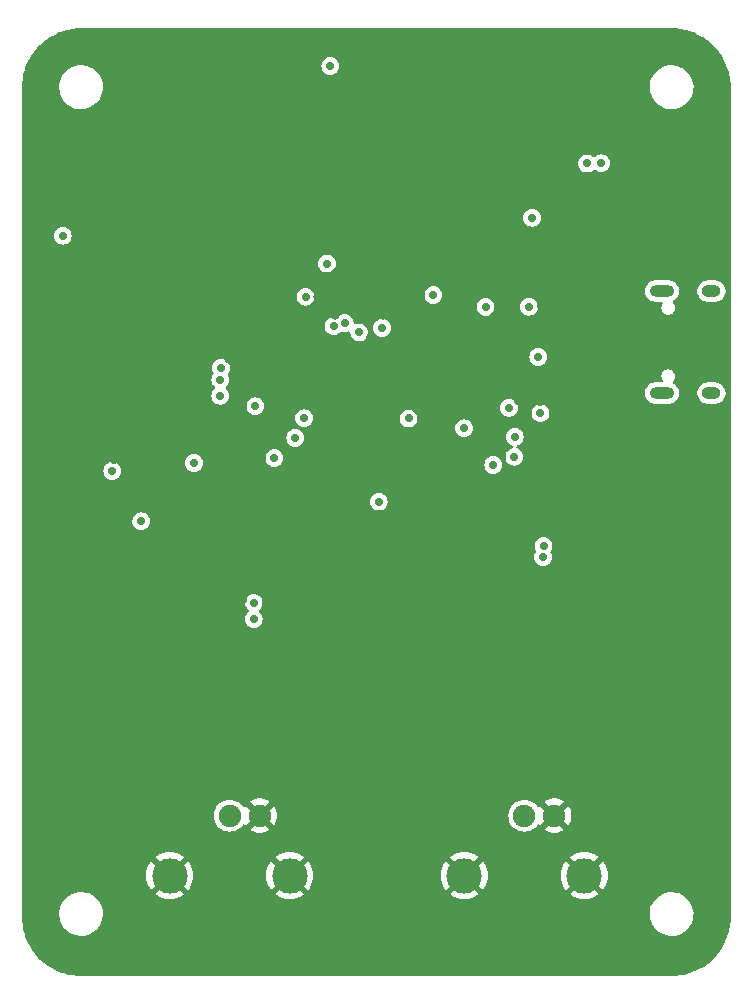
<source format=gbr>
%TF.GenerationSoftware,KiCad,Pcbnew,7.0.9*%
%TF.CreationDate,2024-01-09T08:16:38-05:00*%
%TF.ProjectId,mixed_signal_hw,6d697865-645f-4736-9967-6e616c5f6877,rev?*%
%TF.SameCoordinates,Original*%
%TF.FileFunction,Copper,L2,Inr*%
%TF.FilePolarity,Positive*%
%FSLAX46Y46*%
G04 Gerber Fmt 4.6, Leading zero omitted, Abs format (unit mm)*
G04 Created by KiCad (PCBNEW 7.0.9) date 2024-01-09 08:16:38*
%MOMM*%
%LPD*%
G01*
G04 APERTURE LIST*
%TA.AperFunction,ComponentPad*%
%ADD10C,1.900000*%
%TD*%
%TA.AperFunction,ComponentPad*%
%ADD11C,3.000000*%
%TD*%
%TA.AperFunction,ComponentPad*%
%ADD12O,2.100000X1.000000*%
%TD*%
%TA.AperFunction,ComponentPad*%
%ADD13O,1.600000X1.000000*%
%TD*%
%TA.AperFunction,ViaPad*%
%ADD14C,0.700000*%
%TD*%
%TA.AperFunction,ViaPad*%
%ADD15C,0.800000*%
%TD*%
G04 APERTURE END LIST*
D10*
%TO.N,/ADC/IN*%
%TO.C,J300*%
X113080000Y-119920000D03*
D11*
%TO.N,GND*%
X118160000Y-125000000D03*
D10*
X115620000Y-119920000D03*
D11*
X108000000Y-125000000D03*
%TD*%
D10*
%TO.N,/DAC/OUT*%
%TO.C,J400*%
X138023600Y-119920000D03*
D11*
%TO.N,GND*%
X143103600Y-125000000D03*
D10*
X140563600Y-119920000D03*
D11*
X132943600Y-125000000D03*
%TD*%
D12*
%TO.N,unconnected-(J201-SHIELD-PadS1)*%
%TO.C,J201*%
X149680000Y-84145000D03*
D13*
X153860000Y-84145000D03*
D12*
X149680000Y-75505000D03*
D13*
X153860000Y-75505000D03*
%TD*%
D14*
%TO.N,GND*%
X147790000Y-84200000D03*
X135250000Y-97225000D03*
X140240000Y-114310000D03*
D15*
X105000000Y-67000000D03*
D14*
X126537500Y-83124999D03*
X106960000Y-59400000D03*
D15*
X110000000Y-112500000D03*
X155000000Y-105000000D03*
X122500000Y-120000000D03*
X147500000Y-67500000D03*
X105000000Y-55000000D03*
X125000000Y-127500000D03*
D14*
X123560000Y-72685000D03*
D15*
X100000000Y-64500000D03*
X102500000Y-122500000D03*
X150000000Y-105000000D03*
D14*
X146050000Y-79300000D03*
X103290000Y-89850000D03*
D15*
X97500000Y-102500000D03*
X125000000Y-115000000D03*
X97500000Y-112500000D03*
X152500000Y-72500000D03*
X142500000Y-130000000D03*
X142500000Y-75000000D03*
X120000000Y-120000000D03*
X127500000Y-127500000D03*
D14*
X127590000Y-108795000D03*
D15*
X105000000Y-70000000D03*
X147500000Y-72500000D03*
D14*
X108750000Y-97250000D03*
X116890000Y-90770000D03*
D15*
X130000000Y-112500000D03*
D14*
X113437500Y-77849999D03*
D15*
X125000000Y-117500000D03*
X107500000Y-112500000D03*
X100000000Y-122500000D03*
X130000000Y-95000000D03*
X102500000Y-117500000D03*
D14*
X107350000Y-96625000D03*
D15*
X97500000Y-107500000D03*
X107500000Y-120000000D03*
X142500000Y-122500000D03*
X120000000Y-115000000D03*
D14*
X122395627Y-100337882D03*
X101590000Y-70755000D03*
D15*
X140000000Y-75000000D03*
D14*
X139070000Y-101345000D03*
D15*
X145000000Y-105000000D03*
X147500000Y-95000000D03*
X137500000Y-115000000D03*
X126100000Y-77540000D03*
X97500000Y-100000000D03*
X137500000Y-125000000D03*
X130000000Y-57500000D03*
X100000000Y-112500000D03*
X102500000Y-64500000D03*
D14*
X117687500Y-75924999D03*
D15*
X135000000Y-122500000D03*
X145000000Y-110000000D03*
X102500000Y-112500000D03*
X132500000Y-92500000D03*
X152500000Y-67500000D03*
X142500000Y-107500000D03*
X120000000Y-60000000D03*
X132500000Y-95000000D03*
X115000000Y-100000000D03*
X150000000Y-97500000D03*
X115000000Y-130000000D03*
X112500000Y-125000000D03*
D14*
X112225000Y-64040000D03*
X114675000Y-110575000D03*
X147120000Y-76400000D03*
D15*
X122500000Y-117500000D03*
D14*
X116960000Y-87930000D03*
D15*
X130000000Y-60000000D03*
X110000000Y-130000000D03*
D14*
X140230000Y-103060000D03*
D15*
X152500000Y-110000000D03*
X115000000Y-127500000D03*
X100000000Y-107500000D03*
D14*
X143960000Y-63750000D03*
D15*
X105000000Y-87500000D03*
X152500000Y-92500000D03*
X120000000Y-55000000D03*
D14*
X116060000Y-54810000D03*
D15*
X117500000Y-122500000D03*
X147500000Y-105000000D03*
X137500000Y-130000000D03*
X97500000Y-115000000D03*
X147500000Y-70000000D03*
D14*
X140510000Y-80910000D03*
D15*
X132500000Y-130000000D03*
X127500000Y-125000000D03*
X122500000Y-132500000D03*
X110000000Y-55000000D03*
D14*
X116525000Y-104475000D03*
D15*
X125000000Y-55000000D03*
D14*
X136480000Y-88820000D03*
X115837500Y-80099999D03*
D15*
X140000000Y-127500000D03*
X152500000Y-112500000D03*
X152500000Y-100000000D03*
X155000000Y-90000000D03*
X100000000Y-85000000D03*
X97500000Y-82500000D03*
X127500000Y-115000000D03*
X102500000Y-97500000D03*
D14*
X145480500Y-76400000D03*
D15*
X142500000Y-92500000D03*
X147500000Y-97500000D03*
X140000000Y-125000000D03*
X100000000Y-117500000D03*
X145000000Y-102500000D03*
X155000000Y-100000000D03*
X110000000Y-120000000D03*
D14*
X136630000Y-65570000D03*
X141660000Y-67530000D03*
D15*
X127062500Y-78024999D03*
X145000000Y-67500000D03*
D14*
X114780000Y-54820000D03*
D15*
X105000000Y-62500000D03*
D14*
X123490000Y-108770000D03*
D15*
X145000000Y-62500000D03*
X122500000Y-127500000D03*
X150000000Y-115000000D03*
X105000000Y-92500000D03*
X145000000Y-122500000D03*
X132500000Y-112500000D03*
D14*
X114188721Y-101696627D03*
D15*
X140000000Y-122500000D03*
X150000000Y-72500000D03*
X155000000Y-70000000D03*
D14*
X103275000Y-101975000D03*
D15*
X97500000Y-87500000D03*
X155000000Y-97500000D03*
X150000000Y-90000000D03*
X112500000Y-122500000D03*
X147500000Y-90000000D03*
D14*
X109760000Y-61600000D03*
D15*
X130000000Y-97500000D03*
X102500000Y-107500000D03*
X145000000Y-90000000D03*
X142500000Y-115000000D03*
X147500000Y-102500000D03*
X155000000Y-65000000D03*
X155000000Y-115000000D03*
X142500000Y-90000000D03*
X155000000Y-95000000D03*
X142500000Y-105000000D03*
X147500000Y-120000000D03*
X145000000Y-97500000D03*
X155000000Y-110000000D03*
D14*
X150000000Y-86160000D03*
D15*
X147500000Y-115000000D03*
X122500000Y-60000000D03*
X107500000Y-87500000D03*
X145000000Y-112500000D03*
D14*
X133430000Y-67420000D03*
D15*
X152500000Y-117500000D03*
D14*
X121270000Y-100410000D03*
D15*
X107500000Y-130000000D03*
X100000000Y-87500000D03*
D14*
X108750000Y-96000000D03*
D15*
X117500000Y-115000000D03*
D14*
X133940000Y-86750000D03*
X104570000Y-94760000D03*
D15*
X150000000Y-100000000D03*
X142500000Y-127500000D03*
X102500000Y-85000000D03*
D14*
X125730000Y-92202000D03*
D15*
X152500000Y-95000000D03*
X137500000Y-112500000D03*
X127500000Y-132500000D03*
X142500000Y-72500000D03*
X97500000Y-90000000D03*
X135000000Y-120000000D03*
D14*
X149970000Y-73560000D03*
D15*
X100000000Y-120000000D03*
X120000000Y-97500000D03*
X107500000Y-70000000D03*
D14*
X135185000Y-92455000D03*
D15*
X150000000Y-110000000D03*
X122500000Y-130000000D03*
X150000000Y-112500000D03*
X155000000Y-102500000D03*
D14*
X113000000Y-98925000D03*
X140600000Y-97600000D03*
D15*
X97500000Y-105000000D03*
X132500000Y-127500000D03*
X130000000Y-62500000D03*
X120000000Y-95000000D03*
X122500000Y-55000000D03*
X150000000Y-120000000D03*
X145000000Y-130000000D03*
X155000000Y-120000000D03*
X117500000Y-127500000D03*
X132500000Y-115000000D03*
X137500000Y-127500000D03*
X97500000Y-110000000D03*
X145000000Y-57500000D03*
X110000000Y-122500000D03*
X147500000Y-107500000D03*
X102500000Y-115000000D03*
X147500000Y-110000000D03*
X150000000Y-95000000D03*
X145000000Y-92500000D03*
X142500000Y-100000000D03*
X155000000Y-67500000D03*
D14*
X122360000Y-98430000D03*
D15*
X115000000Y-125000000D03*
X105000000Y-115000000D03*
X105000000Y-57500000D03*
X145000000Y-87500000D03*
X150000000Y-122500000D03*
X107500000Y-122500000D03*
X120000000Y-127500000D03*
X105000000Y-110000000D03*
D14*
X103275000Y-101050000D03*
D15*
X142500000Y-110000000D03*
X150000000Y-107500000D03*
X132500000Y-122500000D03*
X145000000Y-115000000D03*
X147500000Y-92500000D03*
X102500000Y-80000000D03*
D14*
X119350000Y-64000000D03*
D15*
X100000000Y-67000000D03*
X155000000Y-122500000D03*
X102500000Y-110000000D03*
D14*
X137500000Y-84810000D03*
D15*
X127500000Y-122500000D03*
X155000000Y-112500000D03*
D14*
X106500800Y-105858200D03*
X141340000Y-86080000D03*
D15*
X122500000Y-122500000D03*
X152500000Y-70000000D03*
D14*
X122890000Y-111240000D03*
D15*
X102500000Y-87500000D03*
X135000000Y-112500000D03*
D14*
X114425000Y-105225000D03*
D15*
X130000000Y-115000000D03*
X105000000Y-60000000D03*
X107500000Y-55000000D03*
X127500000Y-120000000D03*
X135000000Y-127500000D03*
X155000000Y-117500000D03*
X107500000Y-115000000D03*
X102500000Y-82500000D03*
X117500000Y-130000000D03*
X117500000Y-97500000D03*
X107500000Y-72500000D03*
D14*
X117687500Y-80099999D03*
D15*
X122500000Y-95000000D03*
X145000000Y-60000000D03*
X142500000Y-95000000D03*
D14*
X133920000Y-68200000D03*
D15*
X107500000Y-110000000D03*
D14*
X108235000Y-92755000D03*
D15*
X122037500Y-77499999D03*
X127500000Y-62500000D03*
X127500000Y-130000000D03*
X100000000Y-115000000D03*
X147500000Y-112500000D03*
X152500000Y-97500000D03*
D14*
X139040000Y-107760000D03*
D15*
X105000000Y-64500000D03*
X147500000Y-100000000D03*
D14*
X147200000Y-83290000D03*
D15*
X97500000Y-64500000D03*
X125000000Y-125000000D03*
D14*
X122360000Y-99400000D03*
D15*
X142500000Y-102500000D03*
X125050000Y-79410000D03*
X150000000Y-67500000D03*
D14*
X112250000Y-100250000D03*
D15*
X107500000Y-127500000D03*
X132500000Y-102500000D03*
X132500000Y-97500000D03*
D14*
X147730000Y-66200000D03*
D15*
X110000000Y-57500000D03*
X150000000Y-92500000D03*
X135000000Y-130000000D03*
X122500000Y-62500000D03*
D14*
X147840000Y-75540000D03*
X114050000Y-114950000D03*
X110970000Y-110660000D03*
X140730000Y-67540000D03*
D15*
X97500000Y-95000000D03*
X127500000Y-117500000D03*
X97500000Y-92500000D03*
D14*
X116460000Y-110700000D03*
D15*
X97500000Y-80000000D03*
X125000000Y-122500000D03*
X140000000Y-130000000D03*
X112500000Y-127500000D03*
D14*
X136470000Y-87080000D03*
X121290000Y-98430000D03*
D15*
X145000000Y-100000000D03*
X145000000Y-72500000D03*
X102500000Y-120000000D03*
X100000000Y-80000000D03*
D14*
X137670000Y-65540000D03*
D15*
X135000000Y-115000000D03*
X150000000Y-87500000D03*
X97500000Y-120000000D03*
X127500000Y-60000000D03*
X97500000Y-67000000D03*
X145000000Y-95000000D03*
X155000000Y-107500000D03*
X97500000Y-97500000D03*
X132500000Y-100000000D03*
X142500000Y-97500000D03*
X152500000Y-115000000D03*
X97500000Y-122500000D03*
X100000000Y-82500000D03*
D14*
X134780000Y-107750000D03*
D15*
X122500000Y-125000000D03*
X152500000Y-105000000D03*
D14*
X139380000Y-84920000D03*
D15*
X152500000Y-90000000D03*
X125000000Y-132500000D03*
X113070000Y-85200000D03*
X152500000Y-122500000D03*
X150000000Y-102500000D03*
X125000000Y-120000000D03*
D14*
X139460000Y-76750000D03*
D15*
X147500000Y-87500000D03*
X113060000Y-81230000D03*
X145000000Y-70000000D03*
X155000000Y-92500000D03*
X145000000Y-107500000D03*
X147500000Y-122500000D03*
X142500000Y-87500000D03*
X145000000Y-127500000D03*
X137500000Y-122500000D03*
D14*
X98900000Y-90720000D03*
D15*
X150000000Y-70000000D03*
X115000000Y-97500000D03*
X120000000Y-130000000D03*
X152500000Y-120000000D03*
X105000000Y-112500000D03*
X102500000Y-67000000D03*
X107500000Y-57500000D03*
X120560000Y-75980000D03*
X112500000Y-130000000D03*
D14*
X140090000Y-105840000D03*
D15*
X115000000Y-122500000D03*
X155000000Y-72500000D03*
D14*
X116240000Y-103490000D03*
D15*
X110000000Y-127500000D03*
X152500000Y-107500000D03*
X145000000Y-120000000D03*
D14*
X121290000Y-99400000D03*
X143170000Y-86070000D03*
D15*
X125000000Y-130000000D03*
X152500000Y-102500000D03*
D14*
X108500000Y-105250000D03*
D15*
X130000000Y-100000000D03*
X97500000Y-85000000D03*
D14*
X119835000Y-57605000D03*
D15*
X132500000Y-120000000D03*
X142500000Y-112500000D03*
D14*
X115730000Y-64030000D03*
D15*
X132500000Y-105000000D03*
X97500000Y-117500000D03*
D14*
X110562500Y-75099999D03*
X112250000Y-54830000D03*
D15*
X110000000Y-115000000D03*
X100000000Y-110000000D03*
X130000000Y-102500000D03*
D14*
X138047376Y-100239681D03*
D15*
X127500000Y-57500000D03*
X145000000Y-55000000D03*
X120000000Y-122500000D03*
X122500000Y-115000000D03*
D14*
%TO.N,+5V*%
X139210000Y-81100000D03*
X103140000Y-90750000D03*
X125700000Y-93340000D03*
X138420000Y-76840000D03*
%TO.N,+3.3VA*%
X105580000Y-95010000D03*
X115120000Y-103306185D03*
X115100000Y-101890000D03*
%TO.N,+3V3*%
X144550000Y-64700000D03*
X128220000Y-86300000D03*
X132930000Y-87130000D03*
X110060000Y-90070000D03*
X115260000Y-85270000D03*
X134740000Y-76850000D03*
X121600000Y-56470000D03*
X98936185Y-70820000D03*
X143330000Y-64710000D03*
X138690000Y-69300000D03*
X119380000Y-86280000D03*
X130330000Y-75860000D03*
X121310000Y-73180000D03*
X135400000Y-90236185D03*
%TO.N,/MCU/NRST*%
X119500000Y-75990000D03*
X121870000Y-78500000D03*
%TO.N,SPI2_NSS*%
X139393815Y-85850000D03*
X136730000Y-85390000D03*
%TO.N,SPI1_NSS*%
X118640000Y-87940000D03*
X116870000Y-89660000D03*
%TO.N,/MCU/TIM4_CH1*%
X112330000Y-82000000D03*
X122810000Y-78230000D03*
%TO.N,/MCU/TIM4_CH2*%
X112290000Y-84370000D03*
X125990000Y-78630000D03*
%TO.N,/MCU/TIM4_CH3*%
X112290000Y-83020000D03*
X124060000Y-79020000D03*
%TO.N,DAC_NCLR*%
X137190000Y-89540000D03*
X139620000Y-98050000D03*
%TO.N,DAC_NLDAC*%
X139650000Y-97060000D03*
X137210000Y-87850000D03*
%TD*%
%TA.AperFunction,Conductor*%
%TO.N,GND*%
G36*
X150717318Y-53259488D02*
G01*
X150915454Y-53268139D01*
X150921362Y-53268636D01*
X151136792Y-53295489D01*
X151336810Y-53321823D01*
X151342357Y-53322769D01*
X151426242Y-53340357D01*
X151554202Y-53367187D01*
X151752112Y-53411063D01*
X151757203Y-53412384D01*
X151964545Y-53474112D01*
X152158267Y-53535193D01*
X152162926Y-53536835D01*
X152364457Y-53615472D01*
X152552417Y-53693329D01*
X152556592Y-53695211D01*
X152676345Y-53753755D01*
X152750992Y-53790248D01*
X152931690Y-53884313D01*
X152935426Y-53886396D01*
X153121382Y-53997202D01*
X153293380Y-54106777D01*
X153296642Y-54108978D01*
X153472918Y-54234837D01*
X153634867Y-54359105D01*
X153637664Y-54361360D01*
X153803059Y-54501442D01*
X153954895Y-54640574D01*
X154109425Y-54795104D01*
X154248555Y-54946938D01*
X154259618Y-54960000D01*
X154388638Y-55112335D01*
X154390893Y-55115131D01*
X154515162Y-55277081D01*
X154641020Y-55453356D01*
X154643221Y-55456618D01*
X154752797Y-55628617D01*
X154863602Y-55814572D01*
X154865685Y-55818308D01*
X154959751Y-55999007D01*
X155054775Y-56193381D01*
X155056674Y-56197592D01*
X155134536Y-56385566D01*
X155213158Y-56587059D01*
X155214807Y-56591738D01*
X155275899Y-56785496D01*
X155337610Y-56992781D01*
X155338942Y-56997915D01*
X155382818Y-57195826D01*
X155427229Y-57407641D01*
X155428178Y-57413206D01*
X155454524Y-57613319D01*
X155481360Y-57828618D01*
X155481862Y-57834585D01*
X155490513Y-58032728D01*
X155499500Y-58250000D01*
X155499500Y-128193517D01*
X155497115Y-128202416D01*
X155499407Y-128248134D01*
X155499500Y-128251864D01*
X155499500Y-128260561D01*
X155499584Y-128261566D01*
X155500000Y-128318381D01*
X155500000Y-128707503D01*
X155499773Y-128713310D01*
X155484830Y-128904508D01*
X155466668Y-129117389D01*
X155465946Y-129123170D01*
X155430122Y-129340599D01*
X155393068Y-129549990D01*
X155391917Y-129555340D01*
X155337538Y-129769559D01*
X155281890Y-129974456D01*
X155280380Y-129979348D01*
X155207809Y-130188551D01*
X155133987Y-130387548D01*
X155132187Y-130391962D01*
X155041926Y-130594513D01*
X154950517Y-130786048D01*
X154948499Y-130789972D01*
X154841183Y-130984329D01*
X154732869Y-131166961D01*
X154730703Y-131170395D01*
X154607094Y-131355085D01*
X154482710Y-131527355D01*
X154480472Y-131530298D01*
X154447120Y-131571956D01*
X154341451Y-131703940D01*
X154201992Y-131864429D01*
X154199735Y-131866910D01*
X154047475Y-132026975D01*
X154045109Y-132029352D01*
X153891765Y-132176670D01*
X153725278Y-132324191D01*
X153722443Y-132326579D01*
X153556638Y-132459380D01*
X153378337Y-132592068D01*
X153375015Y-132594402D01*
X153198026Y-132711700D01*
X153009276Y-132828587D01*
X153005457Y-132830798D01*
X152818703Y-132931670D01*
X152620913Y-133031933D01*
X152616595Y-133033951D01*
X152421536Y-133117616D01*
X152216230Y-133200536D01*
X152211421Y-133202289D01*
X152009563Y-133268099D01*
X151798320Y-133333110D01*
X151793034Y-133334527D01*
X151585754Y-133381992D01*
X151370374Y-133428632D01*
X151364636Y-133429642D01*
X151152976Y-133458405D01*
X150935680Y-133486361D01*
X150929524Y-133486895D01*
X150710635Y-133496756D01*
X150634641Y-133500000D01*
X150517229Y-133500000D01*
X150512126Y-133499500D01*
X150500099Y-133499500D01*
X100500000Y-133499500D01*
X100282728Y-133490513D01*
X100084585Y-133481862D01*
X100078618Y-133481360D01*
X99863319Y-133454524D01*
X99663206Y-133428178D01*
X99657641Y-133427229D01*
X99445826Y-133382818D01*
X99247915Y-133338942D01*
X99242781Y-133337610D01*
X99035496Y-133275899D01*
X98841738Y-133214807D01*
X98837059Y-133213158D01*
X98635566Y-133134536D01*
X98447592Y-133056674D01*
X98443381Y-133054775D01*
X98249007Y-132959751D01*
X98068308Y-132865685D01*
X98064572Y-132863602D01*
X97878617Y-132752797D01*
X97706618Y-132643221D01*
X97703356Y-132641020D01*
X97527081Y-132515162D01*
X97365131Y-132390893D01*
X97362335Y-132388638D01*
X97196940Y-132248557D01*
X97045104Y-132109425D01*
X96890574Y-131954895D01*
X96751442Y-131803059D01*
X96742331Y-131792302D01*
X96611358Y-131637661D01*
X96609105Y-131634867D01*
X96484837Y-131472918D01*
X96358978Y-131296642D01*
X96356777Y-131293380D01*
X96247202Y-131121382D01*
X96136396Y-130935426D01*
X96134313Y-130931690D01*
X96040248Y-130750992D01*
X96014381Y-130698080D01*
X95945211Y-130556592D01*
X95943324Y-130552406D01*
X95865463Y-130364433D01*
X95786835Y-130162926D01*
X95785191Y-130158259D01*
X95762306Y-130085676D01*
X95724112Y-129964544D01*
X95662384Y-129757203D01*
X95661063Y-129752112D01*
X95617187Y-129554202D01*
X95572769Y-129342357D01*
X95571823Y-129336810D01*
X95545489Y-129136792D01*
X95518636Y-128921362D01*
X95518139Y-128915454D01*
X95509488Y-128717318D01*
X95500500Y-128500000D01*
X95500500Y-128499500D01*
X95500500Y-128317773D01*
X98645788Y-128317773D01*
X98675412Y-128587005D01*
X98675414Y-128587018D01*
X98743928Y-128849088D01*
X98797722Y-128975675D01*
X98849870Y-129098390D01*
X98849875Y-129098399D01*
X98990981Y-129329610D01*
X98990984Y-129329614D01*
X99164247Y-129537812D01*
X99164259Y-129537824D01*
X99365990Y-129718575D01*
X99365999Y-129718583D01*
X99424396Y-129757218D01*
X99591910Y-129868044D01*
X99837176Y-129983020D01*
X100096569Y-130061060D01*
X100364561Y-130100500D01*
X100364568Y-130100500D01*
X100567629Y-130100500D01*
X100567631Y-130100500D01*
X100770156Y-130085677D01*
X101034553Y-130026780D01*
X101287558Y-129930014D01*
X101523777Y-129797441D01*
X101738177Y-129631888D01*
X101926186Y-129436881D01*
X102083799Y-129216579D01*
X102207656Y-128975675D01*
X102295118Y-128719305D01*
X102344319Y-128452933D01*
X102349259Y-128317773D01*
X148645788Y-128317773D01*
X148675412Y-128587005D01*
X148675414Y-128587018D01*
X148743928Y-128849088D01*
X148797722Y-128975675D01*
X148849870Y-129098390D01*
X148849875Y-129098399D01*
X148990981Y-129329610D01*
X148990984Y-129329614D01*
X149164247Y-129537812D01*
X149164259Y-129537824D01*
X149365990Y-129718575D01*
X149365999Y-129718583D01*
X149424396Y-129757218D01*
X149591910Y-129868044D01*
X149837176Y-129983020D01*
X150096569Y-130061060D01*
X150364561Y-130100500D01*
X150364568Y-130100500D01*
X150567629Y-130100500D01*
X150567631Y-130100500D01*
X150770156Y-130085677D01*
X151034553Y-130026780D01*
X151287558Y-129930014D01*
X151523777Y-129797441D01*
X151738177Y-129631888D01*
X151926186Y-129436881D01*
X152083799Y-129216579D01*
X152207656Y-128975675D01*
X152295118Y-128719305D01*
X152344319Y-128452933D01*
X152354212Y-128182235D01*
X152324586Y-127912982D01*
X152256072Y-127650912D01*
X152150130Y-127401610D01*
X152077999Y-127283419D01*
X152009018Y-127170389D01*
X152009015Y-127170385D01*
X151835752Y-126962187D01*
X151835740Y-126962175D01*
X151634009Y-126781424D01*
X151634000Y-126781416D01*
X151408090Y-126631956D01*
X151162825Y-126516980D01*
X151017369Y-126473219D01*
X150903431Y-126438940D01*
X150903427Y-126438939D01*
X150903426Y-126438939D01*
X150635446Y-126399501D01*
X150635445Y-126399500D01*
X150635439Y-126399500D01*
X150432369Y-126399500D01*
X150229844Y-126414323D01*
X150229836Y-126414324D01*
X149965449Y-126473219D01*
X149965439Y-126473222D01*
X149712440Y-126569986D01*
X149712438Y-126569987D01*
X149476224Y-126702558D01*
X149476217Y-126702562D01*
X149261830Y-126868105D01*
X149261826Y-126868108D01*
X149073810Y-127063123D01*
X148916201Y-127283419D01*
X148792344Y-127524324D01*
X148792344Y-127524325D01*
X148704886Y-127780680D01*
X148704880Y-127780703D01*
X148655681Y-128047060D01*
X148655681Y-128047067D01*
X148648197Y-128251864D01*
X148645788Y-128317773D01*
X102349259Y-128317773D01*
X102354212Y-128182235D01*
X102324586Y-127912982D01*
X102256072Y-127650912D01*
X102150130Y-127401610D01*
X102077999Y-127283419D01*
X102009018Y-127170389D01*
X102009015Y-127170385D01*
X101835752Y-126962187D01*
X101835740Y-126962175D01*
X101634009Y-126781424D01*
X101634000Y-126781416D01*
X101408090Y-126631956D01*
X101162825Y-126516980D01*
X101017369Y-126473219D01*
X100903431Y-126438940D01*
X100903427Y-126438939D01*
X100903426Y-126438939D01*
X100635446Y-126399501D01*
X100635445Y-126399500D01*
X100635439Y-126399500D01*
X100432369Y-126399500D01*
X100229844Y-126414323D01*
X100229836Y-126414324D01*
X99965449Y-126473219D01*
X99965439Y-126473222D01*
X99712440Y-126569986D01*
X99712438Y-126569987D01*
X99476224Y-126702558D01*
X99476217Y-126702562D01*
X99261830Y-126868105D01*
X99261826Y-126868108D01*
X99073810Y-127063123D01*
X98916201Y-127283419D01*
X98792344Y-127524324D01*
X98792344Y-127524325D01*
X98704886Y-127780680D01*
X98704880Y-127780703D01*
X98655681Y-128047060D01*
X98655681Y-128047067D01*
X98648197Y-128251864D01*
X98645788Y-128317773D01*
X95500500Y-128317773D01*
X95500500Y-125000006D01*
X105994891Y-125000006D01*
X106015298Y-125285342D01*
X106015300Y-125285359D01*
X106076110Y-125564898D01*
X106176090Y-125832956D01*
X106313193Y-126084042D01*
X106419882Y-126226561D01*
X107138348Y-125508095D01*
X107205146Y-125615263D01*
X107345268Y-125762671D01*
X107490085Y-125863467D01*
X106773436Y-126580116D01*
X106915957Y-126686806D01*
X107167043Y-126823909D01*
X107435101Y-126923889D01*
X107714640Y-126984699D01*
X107714657Y-126984701D01*
X107999994Y-127005109D01*
X108000006Y-127005109D01*
X108285342Y-126984701D01*
X108285359Y-126984699D01*
X108564898Y-126923889D01*
X108832956Y-126823909D01*
X109084034Y-126686810D01*
X109084046Y-126686802D01*
X109226561Y-126580115D01*
X108508125Y-125861678D01*
X108574214Y-125824996D01*
X108728531Y-125692520D01*
X108853021Y-125531692D01*
X108863626Y-125510072D01*
X109580115Y-126226561D01*
X109686802Y-126084046D01*
X109686810Y-126084034D01*
X109823909Y-125832956D01*
X109923889Y-125564898D01*
X109984699Y-125285359D01*
X109984701Y-125285342D01*
X110005109Y-125000006D01*
X116154891Y-125000006D01*
X116175298Y-125285342D01*
X116175300Y-125285359D01*
X116236110Y-125564898D01*
X116336090Y-125832956D01*
X116473193Y-126084042D01*
X116579882Y-126226561D01*
X117298348Y-125508095D01*
X117365146Y-125615263D01*
X117505268Y-125762671D01*
X117650085Y-125863467D01*
X116933436Y-126580116D01*
X117075957Y-126686806D01*
X117327043Y-126823909D01*
X117595101Y-126923889D01*
X117874640Y-126984699D01*
X117874657Y-126984701D01*
X118159994Y-127005109D01*
X118160006Y-127005109D01*
X118445342Y-126984701D01*
X118445359Y-126984699D01*
X118724898Y-126923889D01*
X118992956Y-126823909D01*
X119244034Y-126686810D01*
X119244046Y-126686802D01*
X119386561Y-126580115D01*
X118668125Y-125861678D01*
X118734214Y-125824996D01*
X118888531Y-125692520D01*
X119013021Y-125531692D01*
X119023626Y-125510072D01*
X119740115Y-126226561D01*
X119846802Y-126084046D01*
X119846810Y-126084034D01*
X119983909Y-125832956D01*
X120083889Y-125564898D01*
X120144699Y-125285359D01*
X120144701Y-125285342D01*
X120165109Y-125000006D01*
X130938491Y-125000006D01*
X130958898Y-125285342D01*
X130958900Y-125285359D01*
X131019710Y-125564898D01*
X131119690Y-125832956D01*
X131256793Y-126084042D01*
X131363482Y-126226561D01*
X132081948Y-125508095D01*
X132148746Y-125615263D01*
X132288868Y-125762671D01*
X132433685Y-125863467D01*
X131717036Y-126580116D01*
X131859557Y-126686806D01*
X132110643Y-126823909D01*
X132378701Y-126923889D01*
X132658240Y-126984699D01*
X132658257Y-126984701D01*
X132943594Y-127005109D01*
X132943606Y-127005109D01*
X133228942Y-126984701D01*
X133228959Y-126984699D01*
X133508498Y-126923889D01*
X133776556Y-126823909D01*
X134027634Y-126686810D01*
X134027646Y-126686802D01*
X134170161Y-126580115D01*
X133451725Y-125861678D01*
X133517814Y-125824996D01*
X133672131Y-125692520D01*
X133796621Y-125531692D01*
X133807226Y-125510072D01*
X134523715Y-126226561D01*
X134630402Y-126084046D01*
X134630410Y-126084034D01*
X134767509Y-125832956D01*
X134867489Y-125564898D01*
X134928299Y-125285359D01*
X134928301Y-125285342D01*
X134948709Y-125000006D01*
X141098491Y-125000006D01*
X141118898Y-125285342D01*
X141118900Y-125285359D01*
X141179710Y-125564898D01*
X141279690Y-125832956D01*
X141416793Y-126084042D01*
X141523482Y-126226561D01*
X142241948Y-125508095D01*
X142308746Y-125615263D01*
X142448868Y-125762671D01*
X142593685Y-125863467D01*
X141877036Y-126580116D01*
X142019557Y-126686806D01*
X142270643Y-126823909D01*
X142538701Y-126923889D01*
X142818240Y-126984699D01*
X142818257Y-126984701D01*
X143103594Y-127005109D01*
X143103606Y-127005109D01*
X143388942Y-126984701D01*
X143388959Y-126984699D01*
X143668498Y-126923889D01*
X143936556Y-126823909D01*
X144187634Y-126686810D01*
X144187646Y-126686802D01*
X144330161Y-126580115D01*
X143611725Y-125861678D01*
X143677814Y-125824996D01*
X143832131Y-125692520D01*
X143956621Y-125531692D01*
X143967226Y-125510072D01*
X144683715Y-126226561D01*
X144790402Y-126084046D01*
X144790410Y-126084034D01*
X144927509Y-125832956D01*
X145027489Y-125564898D01*
X145088299Y-125285359D01*
X145088301Y-125285342D01*
X145108709Y-125000006D01*
X145108709Y-124999993D01*
X145088301Y-124714657D01*
X145088299Y-124714640D01*
X145027489Y-124435101D01*
X144927509Y-124167043D01*
X144790406Y-123915957D01*
X144683715Y-123773436D01*
X143965250Y-124491901D01*
X143898454Y-124384737D01*
X143758332Y-124237329D01*
X143613512Y-124136531D01*
X144330162Y-123419882D01*
X144187642Y-123313193D01*
X143936556Y-123176090D01*
X143668498Y-123076110D01*
X143388959Y-123015300D01*
X143388942Y-123015298D01*
X143103606Y-122994891D01*
X143103594Y-122994891D01*
X142818257Y-123015298D01*
X142818240Y-123015300D01*
X142538701Y-123076110D01*
X142270643Y-123176090D01*
X142019556Y-123313194D01*
X142019555Y-123313195D01*
X141877037Y-123419883D01*
X142595475Y-124138321D01*
X142529386Y-124175004D01*
X142375069Y-124307480D01*
X142250579Y-124468308D01*
X142239973Y-124489927D01*
X141523483Y-123773437D01*
X141416795Y-123915955D01*
X141416794Y-123915956D01*
X141279690Y-124167043D01*
X141179710Y-124435101D01*
X141118900Y-124714640D01*
X141118898Y-124714657D01*
X141098491Y-124999993D01*
X141098491Y-125000006D01*
X134948709Y-125000006D01*
X134948709Y-124999993D01*
X134928301Y-124714657D01*
X134928299Y-124714640D01*
X134867489Y-124435101D01*
X134767509Y-124167043D01*
X134630406Y-123915957D01*
X134523715Y-123773436D01*
X133805250Y-124491901D01*
X133738454Y-124384737D01*
X133598332Y-124237329D01*
X133453512Y-124136531D01*
X134170162Y-123419882D01*
X134027642Y-123313193D01*
X133776556Y-123176090D01*
X133508498Y-123076110D01*
X133228959Y-123015300D01*
X133228942Y-123015298D01*
X132943606Y-122994891D01*
X132943594Y-122994891D01*
X132658257Y-123015298D01*
X132658240Y-123015300D01*
X132378701Y-123076110D01*
X132110643Y-123176090D01*
X131859556Y-123313194D01*
X131859555Y-123313195D01*
X131717037Y-123419883D01*
X132435475Y-124138321D01*
X132369386Y-124175004D01*
X132215069Y-124307480D01*
X132090579Y-124468308D01*
X132079973Y-124489927D01*
X131363483Y-123773437D01*
X131256795Y-123915955D01*
X131256794Y-123915956D01*
X131119690Y-124167043D01*
X131019710Y-124435101D01*
X130958900Y-124714640D01*
X130958898Y-124714657D01*
X130938491Y-124999993D01*
X130938491Y-125000006D01*
X120165109Y-125000006D01*
X120165109Y-124999993D01*
X120144701Y-124714657D01*
X120144699Y-124714640D01*
X120083889Y-124435101D01*
X119983909Y-124167043D01*
X119846806Y-123915957D01*
X119740115Y-123773436D01*
X119021650Y-124491901D01*
X118954854Y-124384737D01*
X118814732Y-124237329D01*
X118669912Y-124136531D01*
X119386562Y-123419882D01*
X119244042Y-123313193D01*
X118992956Y-123176090D01*
X118724898Y-123076110D01*
X118445359Y-123015300D01*
X118445342Y-123015298D01*
X118160006Y-122994891D01*
X118159994Y-122994891D01*
X117874657Y-123015298D01*
X117874640Y-123015300D01*
X117595101Y-123076110D01*
X117327043Y-123176090D01*
X117075956Y-123313194D01*
X117075955Y-123313195D01*
X116933437Y-123419883D01*
X117651875Y-124138321D01*
X117585786Y-124175004D01*
X117431469Y-124307480D01*
X117306979Y-124468308D01*
X117296373Y-124489927D01*
X116579883Y-123773437D01*
X116473195Y-123915955D01*
X116473194Y-123915956D01*
X116336090Y-124167043D01*
X116236110Y-124435101D01*
X116175300Y-124714640D01*
X116175298Y-124714657D01*
X116154891Y-124999993D01*
X116154891Y-125000006D01*
X110005109Y-125000006D01*
X110005109Y-124999993D01*
X109984701Y-124714657D01*
X109984699Y-124714640D01*
X109923889Y-124435101D01*
X109823909Y-124167043D01*
X109686806Y-123915957D01*
X109580115Y-123773436D01*
X108861650Y-124491901D01*
X108794854Y-124384737D01*
X108654732Y-124237329D01*
X108509912Y-124136531D01*
X109226562Y-123419882D01*
X109084042Y-123313193D01*
X108832956Y-123176090D01*
X108564898Y-123076110D01*
X108285359Y-123015300D01*
X108285342Y-123015298D01*
X108000006Y-122994891D01*
X107999994Y-122994891D01*
X107714657Y-123015298D01*
X107714640Y-123015300D01*
X107435101Y-123076110D01*
X107167043Y-123176090D01*
X106915956Y-123313194D01*
X106915955Y-123313195D01*
X106773437Y-123419883D01*
X107491875Y-124138321D01*
X107425786Y-124175004D01*
X107271469Y-124307480D01*
X107146979Y-124468308D01*
X107136373Y-124489927D01*
X106419883Y-123773437D01*
X106313195Y-123915955D01*
X106313194Y-123915956D01*
X106176090Y-124167043D01*
X106076110Y-124435101D01*
X106015300Y-124714640D01*
X106015298Y-124714657D01*
X105994891Y-124999993D01*
X105994891Y-125000006D01*
X95500500Y-125000006D01*
X95500500Y-119920000D01*
X111724341Y-119920000D01*
X111744937Y-120155409D01*
X111797251Y-120350652D01*
X111806097Y-120383663D01*
X111905965Y-120597830D01*
X112041505Y-120791401D01*
X112208599Y-120958495D01*
X112402170Y-121094035D01*
X112616337Y-121193903D01*
X112844592Y-121255063D01*
X113080000Y-121275659D01*
X113315408Y-121255063D01*
X113543663Y-121193903D01*
X113757830Y-121094035D01*
X113951401Y-120958495D01*
X114118495Y-120791401D01*
X114167428Y-120721517D01*
X114226509Y-120671942D01*
X114302465Y-120658548D01*
X114374942Y-120684927D01*
X114414218Y-120725486D01*
X114432687Y-120753756D01*
X115094070Y-120092373D01*
X115096884Y-120105915D01*
X115166442Y-120240156D01*
X115269638Y-120350652D01*
X115398819Y-120429209D01*
X115450002Y-120443550D01*
X114785573Y-121107980D01*
X114824206Y-121138050D01*
X115035547Y-121252422D01*
X115262822Y-121330445D01*
X115499853Y-121370000D01*
X115740147Y-121370000D01*
X115977177Y-121330445D01*
X116204452Y-121252422D01*
X116415790Y-121138052D01*
X116454426Y-121107979D01*
X115791568Y-120445121D01*
X115908458Y-120394349D01*
X116025739Y-120298934D01*
X116112928Y-120175415D01*
X116143355Y-120089801D01*
X116807311Y-120753756D01*
X116899606Y-120612490D01*
X116899609Y-120612484D01*
X116996134Y-120392430D01*
X117055124Y-120159481D01*
X117074969Y-119920000D01*
X136667941Y-119920000D01*
X136688537Y-120155409D01*
X136740851Y-120350652D01*
X136749697Y-120383663D01*
X136849565Y-120597830D01*
X136985105Y-120791401D01*
X137152199Y-120958495D01*
X137345770Y-121094035D01*
X137559937Y-121193903D01*
X137788192Y-121255063D01*
X138023600Y-121275659D01*
X138259008Y-121255063D01*
X138487263Y-121193903D01*
X138701430Y-121094035D01*
X138895001Y-120958495D01*
X139062095Y-120791401D01*
X139111028Y-120721517D01*
X139170109Y-120671942D01*
X139246065Y-120658548D01*
X139318542Y-120684927D01*
X139357818Y-120725486D01*
X139376287Y-120753756D01*
X140037670Y-120092373D01*
X140040484Y-120105915D01*
X140110042Y-120240156D01*
X140213238Y-120350652D01*
X140342419Y-120429209D01*
X140393602Y-120443550D01*
X139729173Y-121107980D01*
X139767806Y-121138050D01*
X139979147Y-121252422D01*
X140206422Y-121330445D01*
X140443453Y-121370000D01*
X140683747Y-121370000D01*
X140920777Y-121330445D01*
X141148052Y-121252422D01*
X141359390Y-121138052D01*
X141398026Y-121107979D01*
X140735168Y-120445121D01*
X140852058Y-120394349D01*
X140969339Y-120298934D01*
X141056528Y-120175415D01*
X141086955Y-120089801D01*
X141750911Y-120753756D01*
X141843206Y-120612490D01*
X141843209Y-120612484D01*
X141939734Y-120392430D01*
X141998724Y-120159481D01*
X142018569Y-119920000D01*
X142018569Y-119919999D01*
X141998724Y-119680518D01*
X141939734Y-119447569D01*
X141843209Y-119227516D01*
X141843207Y-119227513D01*
X141750911Y-119086242D01*
X141089529Y-119747622D01*
X141086716Y-119734085D01*
X141017158Y-119599844D01*
X140913962Y-119489348D01*
X140784781Y-119410791D01*
X140733594Y-119396449D01*
X141398025Y-118732019D01*
X141359395Y-118701950D01*
X141359387Y-118701946D01*
X141148059Y-118587580D01*
X141148056Y-118587578D01*
X140920777Y-118509554D01*
X140683747Y-118470000D01*
X140443453Y-118470000D01*
X140206422Y-118509554D01*
X139979143Y-118587578D01*
X139979140Y-118587580D01*
X139767813Y-118701945D01*
X139767802Y-118701952D01*
X139729173Y-118732018D01*
X139729173Y-118732019D01*
X140392032Y-119394878D01*
X140275142Y-119445651D01*
X140157861Y-119541066D01*
X140070672Y-119664585D01*
X140040244Y-119750198D01*
X139376287Y-119086241D01*
X139376286Y-119086241D01*
X139357816Y-119114513D01*
X139300357Y-119165963D01*
X139224870Y-119181791D01*
X139151583Y-119157754D01*
X139111025Y-119118479D01*
X139062095Y-119048599D01*
X138895002Y-118881506D01*
X138701433Y-118745967D01*
X138701430Y-118745965D01*
X138487263Y-118646097D01*
X138487261Y-118646096D01*
X138259009Y-118584937D01*
X138023600Y-118564341D01*
X137788190Y-118584937D01*
X137559940Y-118646096D01*
X137559939Y-118646096D01*
X137559937Y-118646097D01*
X137345771Y-118745965D01*
X137345768Y-118745966D01*
X137345768Y-118745967D01*
X137152196Y-118881507D01*
X136985107Y-119048596D01*
X136859829Y-119227513D01*
X136849565Y-119242171D01*
X136770936Y-119410791D01*
X136749696Y-119456340D01*
X136688537Y-119684590D01*
X136667941Y-119920000D01*
X117074969Y-119920000D01*
X117074969Y-119919999D01*
X117055124Y-119680518D01*
X116996134Y-119447569D01*
X116899609Y-119227516D01*
X116899607Y-119227513D01*
X116807311Y-119086242D01*
X116145929Y-119747622D01*
X116143116Y-119734085D01*
X116073558Y-119599844D01*
X115970362Y-119489348D01*
X115841181Y-119410791D01*
X115789994Y-119396449D01*
X116454425Y-118732019D01*
X116415795Y-118701950D01*
X116415787Y-118701946D01*
X116204459Y-118587580D01*
X116204456Y-118587578D01*
X115977177Y-118509554D01*
X115740147Y-118470000D01*
X115499853Y-118470000D01*
X115262822Y-118509554D01*
X115035543Y-118587578D01*
X115035540Y-118587580D01*
X114824213Y-118701945D01*
X114824202Y-118701952D01*
X114785573Y-118732018D01*
X114785573Y-118732019D01*
X115448432Y-119394878D01*
X115331542Y-119445651D01*
X115214261Y-119541066D01*
X115127072Y-119664585D01*
X115096644Y-119750198D01*
X114432687Y-119086241D01*
X114432686Y-119086241D01*
X114414216Y-119114513D01*
X114356757Y-119165963D01*
X114281270Y-119181791D01*
X114207983Y-119157754D01*
X114167425Y-119118479D01*
X114118495Y-119048599D01*
X113951402Y-118881506D01*
X113757833Y-118745967D01*
X113757830Y-118745965D01*
X113543663Y-118646097D01*
X113543661Y-118646096D01*
X113315409Y-118584937D01*
X113080000Y-118564341D01*
X112844590Y-118584937D01*
X112616340Y-118646096D01*
X112616339Y-118646096D01*
X112616337Y-118646097D01*
X112402171Y-118745965D01*
X112402168Y-118745966D01*
X112402168Y-118745967D01*
X112208596Y-118881507D01*
X112041507Y-119048596D01*
X111916229Y-119227513D01*
X111905965Y-119242171D01*
X111827336Y-119410791D01*
X111806096Y-119456340D01*
X111744937Y-119684590D01*
X111724341Y-119920000D01*
X95500500Y-119920000D01*
X95500500Y-101890000D01*
X114344751Y-101890000D01*
X114363686Y-102058056D01*
X114363686Y-102058058D01*
X114363687Y-102058059D01*
X114419544Y-102217690D01*
X114509523Y-102360890D01*
X114509524Y-102360891D01*
X114629109Y-102480476D01*
X114635651Y-102485693D01*
X114634584Y-102487030D01*
X114680115Y-102536109D01*
X114697272Y-102611304D01*
X114674533Y-102685004D01*
X114653736Y-102711081D01*
X114529524Y-102835293D01*
X114529523Y-102835295D01*
X114439544Y-102978494D01*
X114383686Y-103138128D01*
X114364751Y-103306184D01*
X114364751Y-103306185D01*
X114383686Y-103474241D01*
X114383686Y-103474243D01*
X114383687Y-103474244D01*
X114439544Y-103633875D01*
X114529523Y-103777075D01*
X114649110Y-103896662D01*
X114792310Y-103986641D01*
X114951941Y-104042498D01*
X115063980Y-104055122D01*
X115119999Y-104061434D01*
X115120000Y-104061434D01*
X115120001Y-104061434D01*
X115162014Y-104056700D01*
X115288059Y-104042498D01*
X115447690Y-103986641D01*
X115590890Y-103896662D01*
X115710477Y-103777075D01*
X115800456Y-103633875D01*
X115856313Y-103474244D01*
X115875249Y-103306185D01*
X115856313Y-103138126D01*
X115800456Y-102978495D01*
X115710477Y-102835295D01*
X115590890Y-102715708D01*
X115590888Y-102715707D01*
X115584349Y-102710492D01*
X115585414Y-102709155D01*
X115539880Y-102660069D01*
X115522727Y-102584873D01*
X115545470Y-102511174D01*
X115566263Y-102485103D01*
X115570887Y-102480478D01*
X115570890Y-102480477D01*
X115690477Y-102360890D01*
X115780456Y-102217690D01*
X115836313Y-102058059D01*
X115855249Y-101890000D01*
X115836313Y-101721941D01*
X115780456Y-101562310D01*
X115690477Y-101419110D01*
X115570890Y-101299523D01*
X115427690Y-101209544D01*
X115268059Y-101153687D01*
X115268058Y-101153686D01*
X115268056Y-101153686D01*
X115100001Y-101134751D01*
X115099999Y-101134751D01*
X114931943Y-101153686D01*
X114772309Y-101209544D01*
X114629110Y-101299523D01*
X114509523Y-101419110D01*
X114419544Y-101562309D01*
X114363686Y-101721943D01*
X114344751Y-101889999D01*
X114344751Y-101890000D01*
X95500500Y-101890000D01*
X95500500Y-98050000D01*
X138864751Y-98050000D01*
X138883686Y-98218056D01*
X138883686Y-98218058D01*
X138883687Y-98218059D01*
X138939544Y-98377690D01*
X139029523Y-98520890D01*
X139149110Y-98640477D01*
X139292310Y-98730456D01*
X139451941Y-98786313D01*
X139563980Y-98798937D01*
X139619999Y-98805249D01*
X139620000Y-98805249D01*
X139620001Y-98805249D01*
X139662014Y-98800515D01*
X139788059Y-98786313D01*
X139947690Y-98730456D01*
X140090890Y-98640477D01*
X140210477Y-98520890D01*
X140300456Y-98377690D01*
X140356313Y-98218059D01*
X140375249Y-98050000D01*
X140356313Y-97881941D01*
X140300456Y-97722310D01*
X140300455Y-97722307D01*
X140260139Y-97658146D01*
X140237404Y-97584444D01*
X140254566Y-97509250D01*
X140260139Y-97499598D01*
X140330455Y-97387692D01*
X140330456Y-97387690D01*
X140386313Y-97228059D01*
X140405249Y-97060000D01*
X140386313Y-96891941D01*
X140330456Y-96732310D01*
X140240477Y-96589110D01*
X140120890Y-96469523D01*
X139977690Y-96379544D01*
X139818059Y-96323687D01*
X139818058Y-96323686D01*
X139818056Y-96323686D01*
X139650001Y-96304751D01*
X139649999Y-96304751D01*
X139481943Y-96323686D01*
X139322309Y-96379544D01*
X139179110Y-96469523D01*
X139059523Y-96589110D01*
X138969544Y-96732309D01*
X138913686Y-96891943D01*
X138894751Y-97059999D01*
X138894751Y-97060000D01*
X138913686Y-97228056D01*
X138969544Y-97387690D01*
X139009861Y-97451854D01*
X139032595Y-97525555D01*
X139015432Y-97600750D01*
X139009861Y-97610399D01*
X138939545Y-97722306D01*
X138883686Y-97881943D01*
X138864751Y-98049999D01*
X138864751Y-98050000D01*
X95500500Y-98050000D01*
X95500500Y-95010000D01*
X104824751Y-95010000D01*
X104843686Y-95178056D01*
X104843686Y-95178058D01*
X104843687Y-95178059D01*
X104899544Y-95337690D01*
X104989523Y-95480890D01*
X105109110Y-95600477D01*
X105252310Y-95690456D01*
X105411941Y-95746313D01*
X105523980Y-95758937D01*
X105579999Y-95765249D01*
X105580000Y-95765249D01*
X105580001Y-95765249D01*
X105622014Y-95760515D01*
X105748059Y-95746313D01*
X105907690Y-95690456D01*
X106050890Y-95600477D01*
X106170477Y-95480890D01*
X106260456Y-95337690D01*
X106316313Y-95178059D01*
X106335249Y-95010000D01*
X106316313Y-94841941D01*
X106260456Y-94682310D01*
X106170477Y-94539110D01*
X106050890Y-94419523D01*
X105907690Y-94329544D01*
X105748059Y-94273687D01*
X105748058Y-94273686D01*
X105748056Y-94273686D01*
X105580001Y-94254751D01*
X105579999Y-94254751D01*
X105411943Y-94273686D01*
X105252309Y-94329544D01*
X105109110Y-94419523D01*
X104989523Y-94539110D01*
X104899544Y-94682309D01*
X104843686Y-94841943D01*
X104824751Y-95009999D01*
X104824751Y-95010000D01*
X95500500Y-95010000D01*
X95500500Y-93340000D01*
X124944751Y-93340000D01*
X124963686Y-93508056D01*
X124963686Y-93508058D01*
X124963687Y-93508059D01*
X125019544Y-93667690D01*
X125109523Y-93810890D01*
X125229110Y-93930477D01*
X125372310Y-94020456D01*
X125531941Y-94076313D01*
X125643980Y-94088937D01*
X125699999Y-94095249D01*
X125700000Y-94095249D01*
X125700001Y-94095249D01*
X125742014Y-94090515D01*
X125868059Y-94076313D01*
X126027690Y-94020456D01*
X126170890Y-93930477D01*
X126290477Y-93810890D01*
X126380456Y-93667690D01*
X126436313Y-93508059D01*
X126455249Y-93340000D01*
X126436313Y-93171941D01*
X126380456Y-93012310D01*
X126290477Y-92869110D01*
X126170890Y-92749523D01*
X126027690Y-92659544D01*
X125868059Y-92603687D01*
X125868058Y-92603686D01*
X125868056Y-92603686D01*
X125700001Y-92584751D01*
X125699999Y-92584751D01*
X125531943Y-92603686D01*
X125372309Y-92659544D01*
X125229110Y-92749523D01*
X125109523Y-92869110D01*
X125019544Y-93012309D01*
X124963686Y-93171943D01*
X124944751Y-93339999D01*
X124944751Y-93340000D01*
X95500500Y-93340000D01*
X95500500Y-90750000D01*
X102384751Y-90750000D01*
X102403686Y-90918056D01*
X102403686Y-90918058D01*
X102403687Y-90918059D01*
X102459544Y-91077690D01*
X102549523Y-91220890D01*
X102669110Y-91340477D01*
X102812310Y-91430456D01*
X102971941Y-91486313D01*
X103083980Y-91498937D01*
X103139999Y-91505249D01*
X103140000Y-91505249D01*
X103140001Y-91505249D01*
X103182014Y-91500515D01*
X103308059Y-91486313D01*
X103467690Y-91430456D01*
X103610890Y-91340477D01*
X103730477Y-91220890D01*
X103820456Y-91077690D01*
X103876313Y-90918059D01*
X103895249Y-90750000D01*
X103876313Y-90581941D01*
X103820456Y-90422310D01*
X103730477Y-90279110D01*
X103610890Y-90159523D01*
X103468416Y-90070000D01*
X109304751Y-90070000D01*
X109323686Y-90238056D01*
X109323686Y-90238058D01*
X109323687Y-90238059D01*
X109379544Y-90397690D01*
X109469523Y-90540890D01*
X109589110Y-90660477D01*
X109732310Y-90750456D01*
X109891941Y-90806313D01*
X110003980Y-90818937D01*
X110059999Y-90825249D01*
X110060000Y-90825249D01*
X110060001Y-90825249D01*
X110102014Y-90820515D01*
X110228059Y-90806313D01*
X110387690Y-90750456D01*
X110530890Y-90660477D01*
X110650477Y-90540890D01*
X110740456Y-90397690D01*
X110796313Y-90238059D01*
X110815249Y-90070000D01*
X110796313Y-89901941D01*
X110740456Y-89742310D01*
X110688737Y-89660000D01*
X116114751Y-89660000D01*
X116133686Y-89828056D01*
X116133686Y-89828058D01*
X116133687Y-89828059D01*
X116189544Y-89987690D01*
X116279523Y-90130890D01*
X116399110Y-90250477D01*
X116542310Y-90340456D01*
X116701941Y-90396313D01*
X116813980Y-90408937D01*
X116869999Y-90415249D01*
X116870000Y-90415249D01*
X116870001Y-90415249D01*
X116912014Y-90410515D01*
X117038059Y-90396313D01*
X117197690Y-90340456D01*
X117340890Y-90250477D01*
X117355182Y-90236185D01*
X134644751Y-90236185D01*
X134663686Y-90404241D01*
X134663686Y-90404243D01*
X134663687Y-90404244D01*
X134719544Y-90563875D01*
X134809523Y-90707075D01*
X134929110Y-90826662D01*
X135072310Y-90916641D01*
X135231941Y-90972498D01*
X135343980Y-90985122D01*
X135399999Y-90991434D01*
X135400000Y-90991434D01*
X135400001Y-90991434D01*
X135442014Y-90986700D01*
X135568059Y-90972498D01*
X135727690Y-90916641D01*
X135870890Y-90826662D01*
X135990477Y-90707075D01*
X136080456Y-90563875D01*
X136136313Y-90404244D01*
X136155249Y-90236185D01*
X136136313Y-90068126D01*
X136080456Y-89908495D01*
X135990477Y-89765295D01*
X135870890Y-89645708D01*
X135727690Y-89555729D01*
X135682739Y-89540000D01*
X136434751Y-89540000D01*
X136453686Y-89708056D01*
X136453686Y-89708058D01*
X136453687Y-89708059D01*
X136509544Y-89867690D01*
X136599523Y-90010890D01*
X136719110Y-90130477D01*
X136862310Y-90220456D01*
X137021941Y-90276313D01*
X137133980Y-90288937D01*
X137189999Y-90295249D01*
X137190000Y-90295249D01*
X137190001Y-90295249D01*
X137232014Y-90290515D01*
X137358059Y-90276313D01*
X137517690Y-90220456D01*
X137660890Y-90130477D01*
X137780477Y-90010890D01*
X137870456Y-89867690D01*
X137926313Y-89708059D01*
X137945249Y-89540000D01*
X137940727Y-89499871D01*
X137926313Y-89371943D01*
X137926313Y-89371941D01*
X137870456Y-89212310D01*
X137780477Y-89069110D01*
X137660890Y-88949523D01*
X137517690Y-88859544D01*
X137459371Y-88839137D01*
X137395646Y-88795690D01*
X137362181Y-88726200D01*
X137367944Y-88649288D01*
X137411392Y-88585562D01*
X137459369Y-88557861D01*
X137537690Y-88530456D01*
X137680890Y-88440477D01*
X137800477Y-88320890D01*
X137890456Y-88177690D01*
X137946313Y-88018059D01*
X137965249Y-87850000D01*
X137946313Y-87681941D01*
X137890456Y-87522310D01*
X137800477Y-87379110D01*
X137680890Y-87259523D01*
X137537690Y-87169544D01*
X137378059Y-87113687D01*
X137378058Y-87113686D01*
X137378056Y-87113686D01*
X137210001Y-87094751D01*
X137209999Y-87094751D01*
X137041943Y-87113686D01*
X136882309Y-87169544D01*
X136739110Y-87259523D01*
X136619523Y-87379110D01*
X136529544Y-87522309D01*
X136473686Y-87681943D01*
X136454751Y-87849999D01*
X136454751Y-87850000D01*
X136473686Y-88018056D01*
X136473686Y-88018058D01*
X136473687Y-88018059D01*
X136529544Y-88177690D01*
X136619523Y-88320890D01*
X136739110Y-88440477D01*
X136882310Y-88530456D01*
X136940627Y-88550862D01*
X137004353Y-88594308D01*
X137037818Y-88663797D01*
X137032055Y-88740710D01*
X136988608Y-88804437D01*
X136940629Y-88832138D01*
X136862310Y-88859543D01*
X136719110Y-88949523D01*
X136599523Y-89069110D01*
X136509544Y-89212309D01*
X136453686Y-89371943D01*
X136434751Y-89539999D01*
X136434751Y-89540000D01*
X135682739Y-89540000D01*
X135568059Y-89499872D01*
X135568058Y-89499871D01*
X135568056Y-89499871D01*
X135400001Y-89480936D01*
X135399999Y-89480936D01*
X135231943Y-89499871D01*
X135072309Y-89555729D01*
X134929110Y-89645708D01*
X134809523Y-89765295D01*
X134719544Y-89908494D01*
X134663686Y-90068128D01*
X134644751Y-90236184D01*
X134644751Y-90236185D01*
X117355182Y-90236185D01*
X117460477Y-90130890D01*
X117550456Y-89987690D01*
X117606313Y-89828059D01*
X117625249Y-89660000D01*
X117606313Y-89491941D01*
X117550456Y-89332310D01*
X117460477Y-89189110D01*
X117340890Y-89069523D01*
X117197690Y-88979544D01*
X117038059Y-88923687D01*
X117038058Y-88923686D01*
X117038056Y-88923686D01*
X116870001Y-88904751D01*
X116869999Y-88904751D01*
X116701943Y-88923686D01*
X116542309Y-88979544D01*
X116399110Y-89069523D01*
X116279523Y-89189110D01*
X116189544Y-89332309D01*
X116133686Y-89491943D01*
X116114751Y-89659999D01*
X116114751Y-89660000D01*
X110688737Y-89660000D01*
X110650477Y-89599110D01*
X110530890Y-89479523D01*
X110387690Y-89389544D01*
X110228059Y-89333687D01*
X110228058Y-89333686D01*
X110228056Y-89333686D01*
X110060001Y-89314751D01*
X110059999Y-89314751D01*
X109891943Y-89333686D01*
X109732309Y-89389544D01*
X109589110Y-89479523D01*
X109469523Y-89599110D01*
X109379544Y-89742309D01*
X109323686Y-89901943D01*
X109304751Y-90069999D01*
X109304751Y-90070000D01*
X103468416Y-90070000D01*
X103467690Y-90069544D01*
X103308059Y-90013687D01*
X103308058Y-90013686D01*
X103308056Y-90013686D01*
X103140001Y-89994751D01*
X103139999Y-89994751D01*
X102971943Y-90013686D01*
X102812309Y-90069544D01*
X102669110Y-90159523D01*
X102549523Y-90279110D01*
X102459544Y-90422309D01*
X102403686Y-90581943D01*
X102384751Y-90749999D01*
X102384751Y-90750000D01*
X95500500Y-90750000D01*
X95500500Y-87940000D01*
X117884751Y-87940000D01*
X117903686Y-88108056D01*
X117903686Y-88108058D01*
X117903687Y-88108059D01*
X117959544Y-88267690D01*
X118049523Y-88410890D01*
X118169110Y-88530477D01*
X118312310Y-88620456D01*
X118471941Y-88676313D01*
X118583980Y-88688937D01*
X118639999Y-88695249D01*
X118640000Y-88695249D01*
X118640001Y-88695249D01*
X118682014Y-88690515D01*
X118808059Y-88676313D01*
X118967690Y-88620456D01*
X119110890Y-88530477D01*
X119230477Y-88410890D01*
X119320456Y-88267690D01*
X119376313Y-88108059D01*
X119395249Y-87940000D01*
X119376313Y-87771941D01*
X119320456Y-87612310D01*
X119230477Y-87469110D01*
X119110890Y-87349523D01*
X118967690Y-87259544D01*
X118808059Y-87203687D01*
X118808058Y-87203686D01*
X118808056Y-87203686D01*
X118640001Y-87184751D01*
X118639999Y-87184751D01*
X118471943Y-87203686D01*
X118312309Y-87259544D01*
X118169110Y-87349523D01*
X118049523Y-87469110D01*
X117959544Y-87612309D01*
X117903686Y-87771943D01*
X117884751Y-87939999D01*
X117884751Y-87940000D01*
X95500500Y-87940000D01*
X95500500Y-87130000D01*
X132174751Y-87130000D01*
X132193686Y-87298056D01*
X132193686Y-87298058D01*
X132193687Y-87298059D01*
X132249544Y-87457690D01*
X132339523Y-87600890D01*
X132459110Y-87720477D01*
X132602310Y-87810456D01*
X132761941Y-87866313D01*
X132873980Y-87878937D01*
X132929999Y-87885249D01*
X132930000Y-87885249D01*
X132930001Y-87885249D01*
X132972014Y-87880515D01*
X133098059Y-87866313D01*
X133257690Y-87810456D01*
X133400890Y-87720477D01*
X133520477Y-87600890D01*
X133610456Y-87457690D01*
X133666313Y-87298059D01*
X133685249Y-87130000D01*
X133666313Y-86961941D01*
X133610456Y-86802310D01*
X133520477Y-86659110D01*
X133400890Y-86539523D01*
X133257690Y-86449544D01*
X133098059Y-86393687D01*
X133098058Y-86393686D01*
X133098056Y-86393686D01*
X132930001Y-86374751D01*
X132929999Y-86374751D01*
X132761943Y-86393686D01*
X132602309Y-86449544D01*
X132459110Y-86539523D01*
X132339523Y-86659110D01*
X132249544Y-86802309D01*
X132193686Y-86961943D01*
X132174751Y-87129999D01*
X132174751Y-87130000D01*
X95500500Y-87130000D01*
X95500500Y-86280000D01*
X118624751Y-86280000D01*
X118643686Y-86448056D01*
X118643686Y-86448058D01*
X118643687Y-86448059D01*
X118699544Y-86607690D01*
X118789523Y-86750890D01*
X118909110Y-86870477D01*
X119052310Y-86960456D01*
X119211941Y-87016313D01*
X119323980Y-87028937D01*
X119379999Y-87035249D01*
X119380000Y-87035249D01*
X119380001Y-87035249D01*
X119422014Y-87030515D01*
X119548059Y-87016313D01*
X119707690Y-86960456D01*
X119850890Y-86870477D01*
X119970477Y-86750890D01*
X120060456Y-86607690D01*
X120116313Y-86448059D01*
X120132996Y-86300000D01*
X127464751Y-86300000D01*
X127483686Y-86468056D01*
X127483686Y-86468058D01*
X127483687Y-86468059D01*
X127539544Y-86627690D01*
X127629523Y-86770890D01*
X127749110Y-86890477D01*
X127892310Y-86980456D01*
X128051941Y-87036313D01*
X128163980Y-87048937D01*
X128219999Y-87055249D01*
X128220000Y-87055249D01*
X128220001Y-87055249D01*
X128262014Y-87050515D01*
X128388059Y-87036313D01*
X128547690Y-86980456D01*
X128690890Y-86890477D01*
X128810477Y-86770890D01*
X128900456Y-86627690D01*
X128956313Y-86468059D01*
X128975249Y-86300000D01*
X128956313Y-86131941D01*
X128900456Y-85972310D01*
X128810477Y-85829110D01*
X128690890Y-85709523D01*
X128547690Y-85619544D01*
X128388059Y-85563687D01*
X128388058Y-85563686D01*
X128388056Y-85563686D01*
X128220001Y-85544751D01*
X128219999Y-85544751D01*
X128051943Y-85563686D01*
X127892309Y-85619544D01*
X127749110Y-85709523D01*
X127629523Y-85829110D01*
X127539544Y-85972309D01*
X127483686Y-86131943D01*
X127464751Y-86299999D01*
X127464751Y-86300000D01*
X120132996Y-86300000D01*
X120135249Y-86280000D01*
X120116313Y-86111941D01*
X120060456Y-85952310D01*
X119970477Y-85809110D01*
X119850890Y-85689523D01*
X119707690Y-85599544D01*
X119548059Y-85543687D01*
X119548058Y-85543686D01*
X119548056Y-85543686D01*
X119380001Y-85524751D01*
X119379999Y-85524751D01*
X119211943Y-85543686D01*
X119052309Y-85599544D01*
X118909110Y-85689523D01*
X118789523Y-85809110D01*
X118699544Y-85952309D01*
X118643686Y-86111943D01*
X118624751Y-86279999D01*
X118624751Y-86280000D01*
X95500500Y-86280000D01*
X95500500Y-85270000D01*
X114504751Y-85270000D01*
X114523686Y-85438056D01*
X114523686Y-85438058D01*
X114523687Y-85438059D01*
X114579544Y-85597690D01*
X114669523Y-85740890D01*
X114789110Y-85860477D01*
X114932310Y-85950456D01*
X115091941Y-86006313D01*
X115196188Y-86018059D01*
X115259999Y-86025249D01*
X115260000Y-86025249D01*
X115260001Y-86025249D01*
X115302014Y-86020515D01*
X115428059Y-86006313D01*
X115587690Y-85950456D01*
X115730890Y-85860477D01*
X115850477Y-85740890D01*
X115940456Y-85597690D01*
X115996313Y-85438059D01*
X116001728Y-85390000D01*
X135974751Y-85390000D01*
X135993686Y-85558056D01*
X135993686Y-85558058D01*
X135993687Y-85558059D01*
X136049544Y-85717690D01*
X136139523Y-85860890D01*
X136259110Y-85980477D01*
X136402310Y-86070456D01*
X136561941Y-86126313D01*
X136673980Y-86138937D01*
X136729999Y-86145249D01*
X136730000Y-86145249D01*
X136730001Y-86145249D01*
X136772014Y-86140515D01*
X136898059Y-86126313D01*
X137057690Y-86070456D01*
X137200890Y-85980477D01*
X137320477Y-85860890D01*
X137327320Y-85850000D01*
X138638566Y-85850000D01*
X138657501Y-86018056D01*
X138657501Y-86018058D01*
X138657502Y-86018059D01*
X138713359Y-86177690D01*
X138803338Y-86320890D01*
X138922925Y-86440477D01*
X139066125Y-86530456D01*
X139225756Y-86586313D01*
X139337795Y-86598937D01*
X139393814Y-86605249D01*
X139393815Y-86605249D01*
X139393816Y-86605249D01*
X139435829Y-86600515D01*
X139561874Y-86586313D01*
X139721505Y-86530456D01*
X139864705Y-86440477D01*
X139984292Y-86320890D01*
X140074271Y-86177690D01*
X140130128Y-86018059D01*
X140149064Y-85850000D01*
X140130128Y-85681941D01*
X140074271Y-85522310D01*
X139984292Y-85379110D01*
X139864705Y-85259523D01*
X139721505Y-85169544D01*
X139561874Y-85113687D01*
X139561873Y-85113686D01*
X139561871Y-85113686D01*
X139393816Y-85094751D01*
X139393814Y-85094751D01*
X139225758Y-85113686D01*
X139066124Y-85169544D01*
X138922925Y-85259523D01*
X138803338Y-85379110D01*
X138713359Y-85522309D01*
X138657501Y-85681943D01*
X138638566Y-85849999D01*
X138638566Y-85850000D01*
X137327320Y-85850000D01*
X137410456Y-85717690D01*
X137466313Y-85558059D01*
X137485249Y-85390000D01*
X137466313Y-85221941D01*
X137410456Y-85062310D01*
X137320477Y-84919110D01*
X137200890Y-84799523D01*
X137057690Y-84709544D01*
X136898059Y-84653687D01*
X136898058Y-84653686D01*
X136898056Y-84653686D01*
X136730001Y-84634751D01*
X136729999Y-84634751D01*
X136561943Y-84653686D01*
X136402309Y-84709544D01*
X136259110Y-84799523D01*
X136139523Y-84919110D01*
X136049544Y-85062309D01*
X135993686Y-85221943D01*
X135974751Y-85389999D01*
X135974751Y-85390000D01*
X116001728Y-85390000D01*
X116015249Y-85270000D01*
X115996313Y-85101941D01*
X115940456Y-84942310D01*
X115850477Y-84799110D01*
X115730890Y-84679523D01*
X115587690Y-84589544D01*
X115428059Y-84533687D01*
X115428058Y-84533686D01*
X115428056Y-84533686D01*
X115260001Y-84514751D01*
X115259999Y-84514751D01*
X115091943Y-84533686D01*
X114932309Y-84589544D01*
X114789110Y-84679523D01*
X114669523Y-84799110D01*
X114579544Y-84942309D01*
X114523686Y-85101943D01*
X114504751Y-85269999D01*
X114504751Y-85270000D01*
X95500500Y-85270000D01*
X95500500Y-84370000D01*
X111534751Y-84370000D01*
X111553686Y-84538056D01*
X111553686Y-84538058D01*
X111553687Y-84538059D01*
X111609544Y-84697690D01*
X111699523Y-84840890D01*
X111819110Y-84960477D01*
X111962310Y-85050456D01*
X112121941Y-85106313D01*
X112233980Y-85118937D01*
X112289999Y-85125249D01*
X112290000Y-85125249D01*
X112290001Y-85125249D01*
X112332014Y-85120515D01*
X112458059Y-85106313D01*
X112617690Y-85050456D01*
X112760890Y-84960477D01*
X112880477Y-84840890D01*
X112970456Y-84697690D01*
X113026313Y-84538059D01*
X113045249Y-84370000D01*
X113030561Y-84239646D01*
X148229500Y-84239646D01*
X148268856Y-84424803D01*
X148268857Y-84424805D01*
X148345847Y-84597727D01*
X148345848Y-84597729D01*
X148345849Y-84597730D01*
X148427086Y-84709544D01*
X148457113Y-84750872D01*
X148597779Y-84877530D01*
X148597783Y-84877532D01*
X148597784Y-84877533D01*
X148761716Y-84972179D01*
X148941744Y-85030674D01*
X148988765Y-85035616D01*
X149082806Y-85045500D01*
X149082808Y-85045500D01*
X150277194Y-85045500D01*
X150347724Y-85038087D01*
X150418256Y-85030674D01*
X150598284Y-84972179D01*
X150762216Y-84877533D01*
X150762218Y-84877531D01*
X150762220Y-84877530D01*
X150822563Y-84823195D01*
X150902888Y-84750871D01*
X151014151Y-84597730D01*
X151091144Y-84424803D01*
X151130500Y-84239646D01*
X152659500Y-84239646D01*
X152698856Y-84424803D01*
X152698857Y-84424805D01*
X152775847Y-84597727D01*
X152775848Y-84597729D01*
X152775849Y-84597730D01*
X152857086Y-84709544D01*
X152887113Y-84750872D01*
X153027779Y-84877530D01*
X153027783Y-84877532D01*
X153027784Y-84877533D01*
X153191716Y-84972179D01*
X153371744Y-85030674D01*
X153418765Y-85035616D01*
X153512806Y-85045500D01*
X153512808Y-85045500D01*
X154207194Y-85045500D01*
X154277724Y-85038087D01*
X154348256Y-85030674D01*
X154528284Y-84972179D01*
X154692216Y-84877533D01*
X154692218Y-84877531D01*
X154692220Y-84877530D01*
X154752563Y-84823195D01*
X154832888Y-84750871D01*
X154944151Y-84597730D01*
X155021144Y-84424803D01*
X155060500Y-84239646D01*
X155060500Y-84050354D01*
X155060500Y-84050351D01*
X155047951Y-83991317D01*
X155021144Y-83865197D01*
X154955049Y-83716748D01*
X154944152Y-83692272D01*
X154884725Y-83610477D01*
X154832888Y-83539129D01*
X154832886Y-83539127D01*
X154692220Y-83412469D01*
X154588492Y-83352582D01*
X154528284Y-83317821D01*
X154467417Y-83298044D01*
X154348254Y-83259325D01*
X154207194Y-83244500D01*
X154207192Y-83244500D01*
X153512808Y-83244500D01*
X153512806Y-83244500D01*
X153371745Y-83259325D01*
X153191721Y-83317819D01*
X153191714Y-83317822D01*
X153027779Y-83412469D01*
X152887113Y-83539127D01*
X152775847Y-83692272D01*
X152698857Y-83865194D01*
X152659500Y-84050351D01*
X152659500Y-84050354D01*
X152659500Y-84239646D01*
X151130500Y-84239646D01*
X151130500Y-84050354D01*
X151130500Y-84050351D01*
X151117951Y-83991317D01*
X151091144Y-83865197D01*
X151025049Y-83716748D01*
X151014152Y-83692272D01*
X150954725Y-83610477D01*
X150902888Y-83539129D01*
X150902886Y-83539127D01*
X150762220Y-83412469D01*
X150724438Y-83390655D01*
X150658489Y-83352580D01*
X150603953Y-83298044D01*
X150583991Y-83223544D01*
X150603953Y-83149044D01*
X150614782Y-83132837D01*
X150620447Y-83125453D01*
X150620451Y-83125451D01*
X150712698Y-83005233D01*
X150770687Y-82865236D01*
X150770687Y-82865235D01*
X150770688Y-82865233D01*
X150790466Y-82715002D01*
X150790466Y-82714997D01*
X150770688Y-82564766D01*
X150712699Y-82424767D01*
X150638208Y-82327690D01*
X150620451Y-82304549D01*
X150500233Y-82212302D01*
X150500232Y-82212301D01*
X150500232Y-82212300D01*
X150360233Y-82154311D01*
X150247725Y-82139500D01*
X150247720Y-82139500D01*
X150172280Y-82139500D01*
X150172274Y-82139500D01*
X150059766Y-82154311D01*
X149919767Y-82212300D01*
X149919767Y-82212301D01*
X149799551Y-82304547D01*
X149799547Y-82304551D01*
X149707301Y-82424767D01*
X149707300Y-82424767D01*
X149649311Y-82564766D01*
X149629534Y-82714997D01*
X149629534Y-82715002D01*
X149649311Y-82865233D01*
X149707300Y-83005232D01*
X149712184Y-83013690D01*
X149710946Y-83014404D01*
X149736481Y-83076057D01*
X149726411Y-83152524D01*
X149679456Y-83213713D01*
X149608198Y-83243226D01*
X149588755Y-83244500D01*
X149082806Y-83244500D01*
X148941745Y-83259325D01*
X148761721Y-83317819D01*
X148761714Y-83317822D01*
X148597779Y-83412469D01*
X148457113Y-83539127D01*
X148345847Y-83692272D01*
X148268857Y-83865194D01*
X148229500Y-84050351D01*
X148229500Y-84050354D01*
X148229500Y-84239646D01*
X113030561Y-84239646D01*
X113026313Y-84201941D01*
X112970456Y-84042310D01*
X112880477Y-83899110D01*
X112781726Y-83800359D01*
X112743162Y-83733564D01*
X112743162Y-83656436D01*
X112781726Y-83589641D01*
X112880476Y-83490891D01*
X112880477Y-83490890D01*
X112970456Y-83347690D01*
X113026313Y-83188059D01*
X113045249Y-83020000D01*
X113044618Y-83014404D01*
X113027811Y-82865236D01*
X113026313Y-82851941D01*
X112970456Y-82692310D01*
X112925713Y-82621102D01*
X112902979Y-82547401D01*
X112920142Y-82472206D01*
X112925714Y-82462555D01*
X113010455Y-82327692D01*
X113010456Y-82327690D01*
X113066313Y-82168059D01*
X113085249Y-82000000D01*
X113066313Y-81831941D01*
X113010456Y-81672310D01*
X112920477Y-81529110D01*
X112800890Y-81409523D01*
X112657690Y-81319544D01*
X112498059Y-81263687D01*
X112498058Y-81263686D01*
X112498056Y-81263686D01*
X112330001Y-81244751D01*
X112329999Y-81244751D01*
X112161943Y-81263686D01*
X112002309Y-81319544D01*
X111859110Y-81409523D01*
X111739523Y-81529110D01*
X111649544Y-81672309D01*
X111593686Y-81831943D01*
X111574751Y-81999999D01*
X111574751Y-82000000D01*
X111593686Y-82168056D01*
X111649544Y-82327690D01*
X111694286Y-82398897D01*
X111717020Y-82472599D01*
X111699857Y-82547793D01*
X111694286Y-82557443D01*
X111609544Y-82692308D01*
X111553686Y-82851943D01*
X111534751Y-83019999D01*
X111534751Y-83020000D01*
X111553686Y-83188056D01*
X111553686Y-83188058D01*
X111553687Y-83188059D01*
X111609544Y-83347690D01*
X111699523Y-83490890D01*
X111699524Y-83490891D01*
X111798274Y-83589641D01*
X111836838Y-83656436D01*
X111836838Y-83733564D01*
X111798274Y-83800359D01*
X111699523Y-83899110D01*
X111609544Y-84042309D01*
X111553686Y-84201943D01*
X111534751Y-84369999D01*
X111534751Y-84370000D01*
X95500500Y-84370000D01*
X95500500Y-81100000D01*
X138454751Y-81100000D01*
X138473686Y-81268056D01*
X138473686Y-81268058D01*
X138473687Y-81268059D01*
X138529544Y-81427690D01*
X138619523Y-81570890D01*
X138739110Y-81690477D01*
X138882310Y-81780456D01*
X139041941Y-81836313D01*
X139153980Y-81848937D01*
X139209999Y-81855249D01*
X139210000Y-81855249D01*
X139210001Y-81855249D01*
X139252014Y-81850515D01*
X139378059Y-81836313D01*
X139537690Y-81780456D01*
X139680890Y-81690477D01*
X139800477Y-81570890D01*
X139890456Y-81427690D01*
X139946313Y-81268059D01*
X139965249Y-81100000D01*
X139946313Y-80931941D01*
X139890456Y-80772310D01*
X139800477Y-80629110D01*
X139680890Y-80509523D01*
X139537690Y-80419544D01*
X139378059Y-80363687D01*
X139378058Y-80363686D01*
X139378056Y-80363686D01*
X139210001Y-80344751D01*
X139209999Y-80344751D01*
X139041943Y-80363686D01*
X138882309Y-80419544D01*
X138739110Y-80509523D01*
X138619523Y-80629110D01*
X138529544Y-80772309D01*
X138473686Y-80931943D01*
X138454751Y-81099999D01*
X138454751Y-81100000D01*
X95500500Y-81100000D01*
X95500500Y-78500000D01*
X121114751Y-78500000D01*
X121133686Y-78668056D01*
X121133686Y-78668058D01*
X121133687Y-78668059D01*
X121189544Y-78827690D01*
X121279523Y-78970890D01*
X121399110Y-79090477D01*
X121542310Y-79180456D01*
X121701941Y-79236313D01*
X121813980Y-79248937D01*
X121869999Y-79255249D01*
X121870000Y-79255249D01*
X121870001Y-79255249D01*
X121912014Y-79250515D01*
X122038059Y-79236313D01*
X122197690Y-79180456D01*
X122340890Y-79090477D01*
X122444704Y-78986663D01*
X122511498Y-78948098D01*
X122588626Y-78948098D01*
X122599250Y-78951374D01*
X122641941Y-78966313D01*
X122725970Y-78975781D01*
X122809999Y-78985249D01*
X122810000Y-78985249D01*
X122810001Y-78985249D01*
X122852014Y-78980515D01*
X122978059Y-78966313D01*
X123110186Y-78920079D01*
X123187097Y-78914317D01*
X123256587Y-78947782D01*
X123300035Y-79011508D01*
X123307459Y-79044036D01*
X123323686Y-79188056D01*
X123323686Y-79188058D01*
X123323687Y-79188059D01*
X123379544Y-79347690D01*
X123469523Y-79490890D01*
X123589110Y-79610477D01*
X123732310Y-79700456D01*
X123891941Y-79756313D01*
X124003980Y-79768937D01*
X124059999Y-79775249D01*
X124060000Y-79775249D01*
X124060001Y-79775249D01*
X124102014Y-79770515D01*
X124228059Y-79756313D01*
X124387690Y-79700456D01*
X124530890Y-79610477D01*
X124650477Y-79490890D01*
X124740456Y-79347690D01*
X124796313Y-79188059D01*
X124815249Y-79020000D01*
X124796313Y-78851941D01*
X124740456Y-78692310D01*
X124701304Y-78630000D01*
X125234751Y-78630000D01*
X125253686Y-78798056D01*
X125253686Y-78798058D01*
X125253687Y-78798059D01*
X125309544Y-78957690D01*
X125399523Y-79100890D01*
X125519110Y-79220477D01*
X125662310Y-79310456D01*
X125821941Y-79366313D01*
X125933980Y-79378937D01*
X125989999Y-79385249D01*
X125990000Y-79385249D01*
X125990001Y-79385249D01*
X126032014Y-79380515D01*
X126158059Y-79366313D01*
X126317690Y-79310456D01*
X126460890Y-79220477D01*
X126580477Y-79100890D01*
X126670456Y-78957690D01*
X126726313Y-78798059D01*
X126745249Y-78630000D01*
X126726313Y-78461941D01*
X126670456Y-78302310D01*
X126580477Y-78159110D01*
X126460890Y-78039523D01*
X126317690Y-77949544D01*
X126158059Y-77893687D01*
X126158058Y-77893686D01*
X126158056Y-77893686D01*
X125990001Y-77874751D01*
X125989999Y-77874751D01*
X125821943Y-77893686D01*
X125662309Y-77949544D01*
X125519110Y-78039523D01*
X125399523Y-78159110D01*
X125309544Y-78302309D01*
X125253686Y-78461943D01*
X125234751Y-78629999D01*
X125234751Y-78630000D01*
X124701304Y-78630000D01*
X124650477Y-78549110D01*
X124530890Y-78429523D01*
X124387690Y-78339544D01*
X124228059Y-78283687D01*
X124228058Y-78283686D01*
X124228056Y-78283686D01*
X124060001Y-78264751D01*
X124059999Y-78264751D01*
X123891943Y-78283686D01*
X123891939Y-78283687D01*
X123759813Y-78329919D01*
X123682900Y-78335682D01*
X123613411Y-78302217D01*
X123569964Y-78238490D01*
X123562541Y-78205966D01*
X123546313Y-78061941D01*
X123490456Y-77902310D01*
X123400477Y-77759110D01*
X123280890Y-77639523D01*
X123137690Y-77549544D01*
X122978059Y-77493687D01*
X122978058Y-77493686D01*
X122978056Y-77493686D01*
X122810001Y-77474751D01*
X122809999Y-77474751D01*
X122641943Y-77493686D01*
X122482309Y-77549544D01*
X122339110Y-77639523D01*
X122235296Y-77743337D01*
X122168501Y-77781901D01*
X122091373Y-77781901D01*
X122080727Y-77778617D01*
X122038060Y-77763687D01*
X122038056Y-77763686D01*
X121870001Y-77744751D01*
X121869999Y-77744751D01*
X121701943Y-77763686D01*
X121542309Y-77819544D01*
X121399110Y-77909523D01*
X121279523Y-78029110D01*
X121189544Y-78172309D01*
X121133686Y-78331943D01*
X121114751Y-78499999D01*
X121114751Y-78500000D01*
X95500500Y-78500000D01*
X95500500Y-76850000D01*
X133984751Y-76850000D01*
X134003686Y-77018056D01*
X134003686Y-77018058D01*
X134003687Y-77018059D01*
X134059544Y-77177690D01*
X134149523Y-77320890D01*
X134269110Y-77440477D01*
X134412310Y-77530456D01*
X134571941Y-77586313D01*
X134683980Y-77598937D01*
X134739999Y-77605249D01*
X134740000Y-77605249D01*
X134740001Y-77605249D01*
X134782014Y-77600515D01*
X134908059Y-77586313D01*
X135067690Y-77530456D01*
X135210890Y-77440477D01*
X135330477Y-77320890D01*
X135420456Y-77177690D01*
X135476313Y-77018059D01*
X135495249Y-76850000D01*
X135494122Y-76840000D01*
X137664751Y-76840000D01*
X137683686Y-77008056D01*
X137683686Y-77008058D01*
X137683687Y-77008059D01*
X137739544Y-77167690D01*
X137829523Y-77310890D01*
X137949110Y-77430477D01*
X138092310Y-77520456D01*
X138251941Y-77576313D01*
X138340692Y-77586313D01*
X138419999Y-77595249D01*
X138420000Y-77595249D01*
X138420001Y-77595249D01*
X138462014Y-77590515D01*
X138588059Y-77576313D01*
X138747690Y-77520456D01*
X138890890Y-77430477D01*
X139010477Y-77310890D01*
X139100456Y-77167690D01*
X139156313Y-77008059D01*
X139175249Y-76840000D01*
X139156313Y-76671941D01*
X139100456Y-76512310D01*
X139010477Y-76369110D01*
X138890890Y-76249523D01*
X138747690Y-76159544D01*
X138588059Y-76103687D01*
X138588058Y-76103686D01*
X138588056Y-76103686D01*
X138420001Y-76084751D01*
X138419999Y-76084751D01*
X138251943Y-76103686D01*
X138092309Y-76159544D01*
X137949110Y-76249523D01*
X137829523Y-76369110D01*
X137739544Y-76512309D01*
X137683686Y-76671943D01*
X137664751Y-76839999D01*
X137664751Y-76840000D01*
X135494122Y-76840000D01*
X135476313Y-76681941D01*
X135420456Y-76522310D01*
X135330477Y-76379110D01*
X135210890Y-76259523D01*
X135067690Y-76169544D01*
X134908059Y-76113687D01*
X134908058Y-76113686D01*
X134908056Y-76113686D01*
X134740001Y-76094751D01*
X134739999Y-76094751D01*
X134571943Y-76113686D01*
X134412309Y-76169544D01*
X134269110Y-76259523D01*
X134149523Y-76379110D01*
X134059544Y-76522309D01*
X134003686Y-76681943D01*
X133984751Y-76849999D01*
X133984751Y-76850000D01*
X95500500Y-76850000D01*
X95500500Y-75990000D01*
X118744751Y-75990000D01*
X118763686Y-76158056D01*
X118763686Y-76158058D01*
X118763687Y-76158059D01*
X118819544Y-76317690D01*
X118909523Y-76460890D01*
X119029110Y-76580477D01*
X119172310Y-76670456D01*
X119331941Y-76726313D01*
X119443980Y-76738937D01*
X119499999Y-76745249D01*
X119500000Y-76745249D01*
X119500001Y-76745249D01*
X119542014Y-76740515D01*
X119668059Y-76726313D01*
X119827690Y-76670456D01*
X119970890Y-76580477D01*
X120090477Y-76460890D01*
X120180456Y-76317690D01*
X120236313Y-76158059D01*
X120255249Y-75990000D01*
X120240601Y-75860000D01*
X129574751Y-75860000D01*
X129593686Y-76028056D01*
X129593686Y-76028058D01*
X129593687Y-76028059D01*
X129649544Y-76187690D01*
X129739523Y-76330890D01*
X129859110Y-76450477D01*
X130002310Y-76540456D01*
X130161941Y-76596313D01*
X130273980Y-76608937D01*
X130329999Y-76615249D01*
X130330000Y-76615249D01*
X130330001Y-76615249D01*
X130372014Y-76610515D01*
X130498059Y-76596313D01*
X130657690Y-76540456D01*
X130800890Y-76450477D01*
X130920477Y-76330890D01*
X131010456Y-76187690D01*
X131066313Y-76028059D01*
X131085249Y-75860000D01*
X131066313Y-75691941D01*
X131034018Y-75599648D01*
X148229500Y-75599648D01*
X148246231Y-75678360D01*
X148268856Y-75784803D01*
X148268857Y-75784805D01*
X148345847Y-75957727D01*
X148345848Y-75957729D01*
X148345849Y-75957730D01*
X148369294Y-75990000D01*
X148457113Y-76110872D01*
X148597779Y-76237530D01*
X148597783Y-76237532D01*
X148597784Y-76237533D01*
X148761716Y-76332179D01*
X148941744Y-76390674D01*
X148956511Y-76392226D01*
X149082806Y-76405500D01*
X149082808Y-76405500D01*
X149588755Y-76405500D01*
X149663255Y-76425462D01*
X149717793Y-76480000D01*
X149737755Y-76554500D01*
X149717793Y-76629000D01*
X149707576Y-76644290D01*
X149707300Y-76644767D01*
X149649311Y-76784766D01*
X149629534Y-76934997D01*
X149629534Y-76935002D01*
X149649311Y-77085233D01*
X149707300Y-77225232D01*
X149773029Y-77310890D01*
X149799549Y-77345451D01*
X149919767Y-77437698D01*
X149919767Y-77437699D01*
X150059766Y-77495688D01*
X150147309Y-77507212D01*
X150172280Y-77510500D01*
X150247720Y-77510500D01*
X150288334Y-77505153D01*
X150360233Y-77495688D01*
X150360235Y-77495687D01*
X150360236Y-77495687D01*
X150410780Y-77474751D01*
X150500232Y-77437699D01*
X150500232Y-77437698D01*
X150500233Y-77437698D01*
X150620451Y-77345451D01*
X150712698Y-77225233D01*
X150712698Y-77225232D01*
X150712699Y-77225232D01*
X150770688Y-77085233D01*
X150790466Y-76935002D01*
X150790466Y-76934997D01*
X150770688Y-76784766D01*
X150712699Y-76644767D01*
X150614782Y-76517161D01*
X150585266Y-76445904D01*
X150595333Y-76369436D01*
X150642285Y-76308246D01*
X150658481Y-76297424D01*
X150762216Y-76237533D01*
X150902888Y-76110871D01*
X151014151Y-75957730D01*
X151091144Y-75784803D01*
X151130500Y-75599648D01*
X152659500Y-75599648D01*
X152676231Y-75678360D01*
X152698856Y-75784803D01*
X152698857Y-75784805D01*
X152775847Y-75957727D01*
X152775848Y-75957729D01*
X152775849Y-75957730D01*
X152799294Y-75990000D01*
X152887113Y-76110872D01*
X153027779Y-76237530D01*
X153027783Y-76237532D01*
X153027784Y-76237533D01*
X153191716Y-76332179D01*
X153371744Y-76390674D01*
X153386511Y-76392226D01*
X153512806Y-76405500D01*
X153512808Y-76405500D01*
X154207194Y-76405500D01*
X154277724Y-76398087D01*
X154348256Y-76390674D01*
X154528284Y-76332179D01*
X154692216Y-76237533D01*
X154692218Y-76237531D01*
X154692220Y-76237530D01*
X154778831Y-76159544D01*
X154832888Y-76110871D01*
X154944151Y-75957730D01*
X155021144Y-75784803D01*
X155060500Y-75599646D01*
X155060500Y-75410354D01*
X155060500Y-75410351D01*
X155039072Y-75309544D01*
X155021144Y-75225197D01*
X154944151Y-75052270D01*
X154832888Y-74899129D01*
X154832886Y-74899127D01*
X154692220Y-74772469D01*
X154622933Y-74732466D01*
X154528284Y-74677821D01*
X154528278Y-74677819D01*
X154348254Y-74619325D01*
X154207194Y-74604500D01*
X154207192Y-74604500D01*
X153512808Y-74604500D01*
X153512806Y-74604500D01*
X153371745Y-74619325D01*
X153191721Y-74677819D01*
X153191714Y-74677822D01*
X153027779Y-74772469D01*
X152887113Y-74899127D01*
X152775847Y-75052272D01*
X152719182Y-75179544D01*
X152698856Y-75225197D01*
X152689434Y-75269523D01*
X152659500Y-75410351D01*
X152659500Y-75599648D01*
X151130500Y-75599648D01*
X151130500Y-75599646D01*
X151130500Y-75410354D01*
X151130500Y-75410351D01*
X151109072Y-75309544D01*
X151091144Y-75225197D01*
X151014151Y-75052270D01*
X150902888Y-74899129D01*
X150902886Y-74899127D01*
X150762220Y-74772469D01*
X150692933Y-74732466D01*
X150598284Y-74677821D01*
X150598278Y-74677819D01*
X150418254Y-74619325D01*
X150277194Y-74604500D01*
X150277192Y-74604500D01*
X149082808Y-74604500D01*
X149082806Y-74604500D01*
X148941745Y-74619325D01*
X148761721Y-74677819D01*
X148761714Y-74677822D01*
X148597779Y-74772469D01*
X148457113Y-74899127D01*
X148345847Y-75052272D01*
X148289182Y-75179544D01*
X148268856Y-75225197D01*
X148259434Y-75269523D01*
X148229500Y-75410351D01*
X148229500Y-75599648D01*
X131034018Y-75599648D01*
X131010456Y-75532310D01*
X130920477Y-75389110D01*
X130800890Y-75269523D01*
X130657690Y-75179544D01*
X130498059Y-75123687D01*
X130498058Y-75123686D01*
X130498056Y-75123686D01*
X130330001Y-75104751D01*
X130329999Y-75104751D01*
X130161943Y-75123686D01*
X130002309Y-75179544D01*
X129859110Y-75269523D01*
X129739523Y-75389110D01*
X129649544Y-75532309D01*
X129593686Y-75691943D01*
X129574751Y-75859999D01*
X129574751Y-75860000D01*
X120240601Y-75860000D01*
X120236313Y-75821941D01*
X120180456Y-75662310D01*
X120090477Y-75519110D01*
X119970890Y-75399523D01*
X119827690Y-75309544D01*
X119668059Y-75253687D01*
X119668058Y-75253686D01*
X119668056Y-75253686D01*
X119500001Y-75234751D01*
X119499999Y-75234751D01*
X119331943Y-75253686D01*
X119172309Y-75309544D01*
X119029110Y-75399523D01*
X118909523Y-75519110D01*
X118819544Y-75662309D01*
X118763686Y-75821943D01*
X118744751Y-75989999D01*
X118744751Y-75990000D01*
X95500500Y-75990000D01*
X95500500Y-73180000D01*
X120554751Y-73180000D01*
X120573686Y-73348056D01*
X120573686Y-73348058D01*
X120573687Y-73348059D01*
X120629544Y-73507690D01*
X120719523Y-73650890D01*
X120839110Y-73770477D01*
X120982310Y-73860456D01*
X121141941Y-73916313D01*
X121253980Y-73928937D01*
X121309999Y-73935249D01*
X121310000Y-73935249D01*
X121310001Y-73935249D01*
X121352014Y-73930515D01*
X121478059Y-73916313D01*
X121637690Y-73860456D01*
X121780890Y-73770477D01*
X121900477Y-73650890D01*
X121990456Y-73507690D01*
X122046313Y-73348059D01*
X122065249Y-73180000D01*
X122046313Y-73011941D01*
X121990456Y-72852310D01*
X121900477Y-72709110D01*
X121780890Y-72589523D01*
X121637690Y-72499544D01*
X121478059Y-72443687D01*
X121478058Y-72443686D01*
X121478056Y-72443686D01*
X121310001Y-72424751D01*
X121309999Y-72424751D01*
X121141943Y-72443686D01*
X120982309Y-72499544D01*
X120839110Y-72589523D01*
X120719523Y-72709110D01*
X120629544Y-72852309D01*
X120573686Y-73011943D01*
X120554751Y-73179999D01*
X120554751Y-73180000D01*
X95500500Y-73180000D01*
X95500500Y-70820000D01*
X98180936Y-70820000D01*
X98199871Y-70988056D01*
X98199871Y-70988058D01*
X98199872Y-70988059D01*
X98255729Y-71147690D01*
X98345708Y-71290890D01*
X98465295Y-71410477D01*
X98608495Y-71500456D01*
X98768126Y-71556313D01*
X98880165Y-71568937D01*
X98936184Y-71575249D01*
X98936185Y-71575249D01*
X98936186Y-71575249D01*
X98978199Y-71570515D01*
X99104244Y-71556313D01*
X99263875Y-71500456D01*
X99407075Y-71410477D01*
X99526662Y-71290890D01*
X99616641Y-71147690D01*
X99672498Y-70988059D01*
X99691434Y-70820000D01*
X99672498Y-70651941D01*
X99616641Y-70492310D01*
X99526662Y-70349110D01*
X99407075Y-70229523D01*
X99263875Y-70139544D01*
X99104244Y-70083687D01*
X99104243Y-70083686D01*
X99104241Y-70083686D01*
X98936186Y-70064751D01*
X98936184Y-70064751D01*
X98768128Y-70083686D01*
X98608494Y-70139544D01*
X98465295Y-70229523D01*
X98345708Y-70349110D01*
X98255729Y-70492309D01*
X98199871Y-70651943D01*
X98180936Y-70819999D01*
X98180936Y-70820000D01*
X95500500Y-70820000D01*
X95500500Y-69300000D01*
X137934751Y-69300000D01*
X137953686Y-69468056D01*
X137953686Y-69468058D01*
X137953687Y-69468059D01*
X138009544Y-69627690D01*
X138099523Y-69770890D01*
X138219110Y-69890477D01*
X138362310Y-69980456D01*
X138521941Y-70036313D01*
X138633980Y-70048937D01*
X138689999Y-70055249D01*
X138690000Y-70055249D01*
X138690001Y-70055249D01*
X138732014Y-70050515D01*
X138858059Y-70036313D01*
X139017690Y-69980456D01*
X139160890Y-69890477D01*
X139280477Y-69770890D01*
X139370456Y-69627690D01*
X139426313Y-69468059D01*
X139445249Y-69300000D01*
X139426313Y-69131941D01*
X139370456Y-68972310D01*
X139280477Y-68829110D01*
X139160890Y-68709523D01*
X139017690Y-68619544D01*
X138858059Y-68563687D01*
X138858058Y-68563686D01*
X138858056Y-68563686D01*
X138690001Y-68544751D01*
X138689999Y-68544751D01*
X138521943Y-68563686D01*
X138362309Y-68619544D01*
X138219110Y-68709523D01*
X138099523Y-68829110D01*
X138009544Y-68972309D01*
X137953686Y-69131943D01*
X137934751Y-69299999D01*
X137934751Y-69300000D01*
X95500500Y-69300000D01*
X95500500Y-64710000D01*
X142574751Y-64710000D01*
X142593686Y-64878056D01*
X142593686Y-64878058D01*
X142593687Y-64878059D01*
X142649544Y-65037690D01*
X142739523Y-65180890D01*
X142859110Y-65300477D01*
X143002310Y-65390456D01*
X143161941Y-65446313D01*
X143273980Y-65458937D01*
X143329999Y-65465249D01*
X143330000Y-65465249D01*
X143330001Y-65465249D01*
X143372014Y-65460515D01*
X143498059Y-65446313D01*
X143657690Y-65390456D01*
X143800890Y-65300477D01*
X143839642Y-65261724D01*
X143906434Y-65223161D01*
X143983562Y-65223161D01*
X144050355Y-65261722D01*
X144050359Y-65261726D01*
X144050360Y-65261727D01*
X144079104Y-65290472D01*
X144079107Y-65290474D01*
X144079110Y-65290477D01*
X144222310Y-65380456D01*
X144381941Y-65436313D01*
X144470692Y-65446313D01*
X144549999Y-65455249D01*
X144550000Y-65455249D01*
X144550001Y-65455249D01*
X144592014Y-65450515D01*
X144718059Y-65436313D01*
X144877690Y-65380456D01*
X145020890Y-65290477D01*
X145140477Y-65170890D01*
X145230456Y-65027690D01*
X145286313Y-64868059D01*
X145305249Y-64700000D01*
X145286313Y-64531941D01*
X145230456Y-64372310D01*
X145140477Y-64229110D01*
X145020890Y-64109523D01*
X144877690Y-64019544D01*
X144718059Y-63963687D01*
X144718058Y-63963686D01*
X144718056Y-63963686D01*
X144550001Y-63944751D01*
X144549999Y-63944751D01*
X144381943Y-63963686D01*
X144222309Y-64019544D01*
X144079110Y-64109523D01*
X144040359Y-64148274D01*
X143973564Y-64186838D01*
X143896436Y-64186838D01*
X143829641Y-64148274D01*
X143800891Y-64119524D01*
X143800890Y-64119523D01*
X143657690Y-64029544D01*
X143498059Y-63973687D01*
X143498058Y-63973686D01*
X143498056Y-63973686D01*
X143330001Y-63954751D01*
X143329999Y-63954751D01*
X143161943Y-63973686D01*
X143002309Y-64029544D01*
X142859110Y-64119523D01*
X142739523Y-64239110D01*
X142649544Y-64382309D01*
X142593686Y-64541943D01*
X142574751Y-64709999D01*
X142574751Y-64710000D01*
X95500500Y-64710000D01*
X95500500Y-58317773D01*
X98645788Y-58317773D01*
X98675412Y-58587005D01*
X98675414Y-58587018D01*
X98743928Y-58849088D01*
X98797722Y-58975675D01*
X98849870Y-59098390D01*
X98849875Y-59098399D01*
X98990981Y-59329610D01*
X98990984Y-59329614D01*
X99164247Y-59537812D01*
X99164259Y-59537824D01*
X99365990Y-59718575D01*
X99365999Y-59718583D01*
X99478954Y-59793313D01*
X99591910Y-59868044D01*
X99837176Y-59983020D01*
X100096569Y-60061060D01*
X100364561Y-60100500D01*
X100364568Y-60100500D01*
X100567629Y-60100500D01*
X100567631Y-60100500D01*
X100770156Y-60085677D01*
X101034553Y-60026780D01*
X101287558Y-59930014D01*
X101523777Y-59797441D01*
X101738177Y-59631888D01*
X101926186Y-59436881D01*
X102083799Y-59216579D01*
X102207656Y-58975675D01*
X102295118Y-58719305D01*
X102344319Y-58452933D01*
X102349259Y-58317773D01*
X148645788Y-58317773D01*
X148675412Y-58587005D01*
X148675414Y-58587018D01*
X148743928Y-58849088D01*
X148797722Y-58975675D01*
X148849870Y-59098390D01*
X148849875Y-59098399D01*
X148990981Y-59329610D01*
X148990984Y-59329614D01*
X149164247Y-59537812D01*
X149164259Y-59537824D01*
X149365990Y-59718575D01*
X149365999Y-59718583D01*
X149478954Y-59793313D01*
X149591910Y-59868044D01*
X149837176Y-59983020D01*
X150096569Y-60061060D01*
X150364561Y-60100500D01*
X150364568Y-60100500D01*
X150567629Y-60100500D01*
X150567631Y-60100500D01*
X150770156Y-60085677D01*
X151034553Y-60026780D01*
X151287558Y-59930014D01*
X151523777Y-59797441D01*
X151738177Y-59631888D01*
X151926186Y-59436881D01*
X152083799Y-59216579D01*
X152207656Y-58975675D01*
X152295118Y-58719305D01*
X152344319Y-58452933D01*
X152354212Y-58182235D01*
X152324586Y-57912982D01*
X152256072Y-57650912D01*
X152150130Y-57401610D01*
X152077999Y-57283419D01*
X152009018Y-57170389D01*
X152009015Y-57170385D01*
X151835752Y-56962187D01*
X151835740Y-56962175D01*
X151634009Y-56781424D01*
X151634000Y-56781416D01*
X151408090Y-56631956D01*
X151162825Y-56516980D01*
X151017369Y-56473219D01*
X150903431Y-56438940D01*
X150903427Y-56438939D01*
X150903426Y-56438939D01*
X150635446Y-56399501D01*
X150635445Y-56399500D01*
X150635439Y-56399500D01*
X150432369Y-56399500D01*
X150229844Y-56414323D01*
X150229836Y-56414324D01*
X149965449Y-56473219D01*
X149965439Y-56473222D01*
X149712440Y-56569986D01*
X149712438Y-56569987D01*
X149476224Y-56702558D01*
X149476217Y-56702562D01*
X149261830Y-56868105D01*
X149261826Y-56868108D01*
X149073810Y-57063123D01*
X148916201Y-57283419D01*
X148792344Y-57524324D01*
X148792344Y-57524325D01*
X148704886Y-57780680D01*
X148704880Y-57780703D01*
X148655681Y-58047060D01*
X148645788Y-58317773D01*
X102349259Y-58317773D01*
X102354212Y-58182235D01*
X102324586Y-57912982D01*
X102256072Y-57650912D01*
X102150130Y-57401610D01*
X102077999Y-57283419D01*
X102009018Y-57170389D01*
X102009015Y-57170385D01*
X101835752Y-56962187D01*
X101835740Y-56962175D01*
X101634009Y-56781424D01*
X101634000Y-56781416D01*
X101408090Y-56631956D01*
X101162825Y-56516980D01*
X101017369Y-56473219D01*
X101006670Y-56470000D01*
X120844751Y-56470000D01*
X120863686Y-56638056D01*
X120863686Y-56638058D01*
X120863687Y-56638059D01*
X120919544Y-56797690D01*
X121009523Y-56940890D01*
X121129110Y-57060477D01*
X121272310Y-57150456D01*
X121431941Y-57206313D01*
X121543980Y-57218937D01*
X121599999Y-57225249D01*
X121600000Y-57225249D01*
X121600001Y-57225249D01*
X121642014Y-57220515D01*
X121768059Y-57206313D01*
X121927690Y-57150456D01*
X122070890Y-57060477D01*
X122190477Y-56940890D01*
X122280456Y-56797690D01*
X122336313Y-56638059D01*
X122355249Y-56470000D01*
X122336313Y-56301941D01*
X122280456Y-56142310D01*
X122190477Y-55999110D01*
X122070890Y-55879523D01*
X121927690Y-55789544D01*
X121768059Y-55733687D01*
X121768058Y-55733686D01*
X121768056Y-55733686D01*
X121600001Y-55714751D01*
X121599999Y-55714751D01*
X121431943Y-55733686D01*
X121272309Y-55789544D01*
X121129110Y-55879523D01*
X121009523Y-55999110D01*
X120919544Y-56142309D01*
X120863686Y-56301943D01*
X120844751Y-56469999D01*
X120844751Y-56470000D01*
X101006670Y-56470000D01*
X100903431Y-56438940D01*
X100903427Y-56438939D01*
X100903426Y-56438939D01*
X100635446Y-56399501D01*
X100635445Y-56399500D01*
X100635439Y-56399500D01*
X100432369Y-56399500D01*
X100229844Y-56414323D01*
X100229836Y-56414324D01*
X99965449Y-56473219D01*
X99965439Y-56473222D01*
X99712440Y-56569986D01*
X99712438Y-56569987D01*
X99476224Y-56702558D01*
X99476217Y-56702562D01*
X99261830Y-56868105D01*
X99261826Y-56868108D01*
X99073810Y-57063123D01*
X98916201Y-57283419D01*
X98792344Y-57524324D01*
X98792344Y-57524325D01*
X98704886Y-57780680D01*
X98704880Y-57780703D01*
X98655681Y-58047060D01*
X98645788Y-58317773D01*
X95500500Y-58317773D01*
X95500500Y-58250000D01*
X95509493Y-58032569D01*
X95518139Y-57834540D01*
X95518635Y-57828642D01*
X95545487Y-57613223D01*
X95571823Y-57413185D01*
X95572769Y-57407641D01*
X95574036Y-57401600D01*
X95617191Y-57195778D01*
X95661066Y-56997873D01*
X95662380Y-56992809D01*
X95724112Y-56785457D01*
X95785199Y-56591713D01*
X95786828Y-56587092D01*
X95865469Y-56385551D01*
X95943339Y-56197557D01*
X95945224Y-56193381D01*
X96040251Y-55999000D01*
X96134329Y-55818277D01*
X96136366Y-55814624D01*
X96247211Y-55628601D01*
X96356798Y-55456586D01*
X96358950Y-55453396D01*
X96484856Y-55277054D01*
X96609130Y-55115098D01*
X96611324Y-55112378D01*
X96751448Y-54946933D01*
X96890563Y-54795115D01*
X97045115Y-54640563D01*
X97196941Y-54501442D01*
X97362378Y-54361324D01*
X97365098Y-54359130D01*
X97527054Y-54234856D01*
X97703396Y-54108950D01*
X97706586Y-54106798D01*
X97878601Y-53997211D01*
X98064624Y-53886366D01*
X98068277Y-53884329D01*
X98248973Y-53790264D01*
X98443405Y-53695212D01*
X98447557Y-53693339D01*
X98635551Y-53615469D01*
X98837092Y-53536828D01*
X98841713Y-53535199D01*
X99035457Y-53474112D01*
X99242809Y-53412380D01*
X99247873Y-53411066D01*
X99445778Y-53367191D01*
X99657641Y-53322769D01*
X99663185Y-53321823D01*
X99863223Y-53295487D01*
X100078642Y-53268635D01*
X100084540Y-53268139D01*
X100282569Y-53259493D01*
X100500000Y-53250500D01*
X100500500Y-53250500D01*
X150499500Y-53250500D01*
X150500000Y-53250500D01*
X150717318Y-53259488D01*
G37*
%TD.AperFunction*%
%TD*%
M02*

</source>
